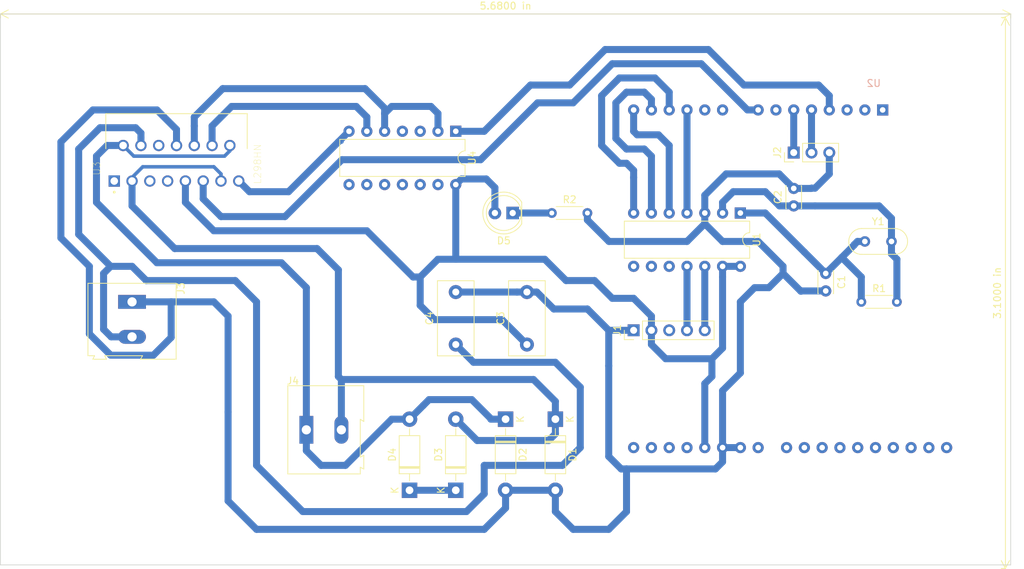
<source format=kicad_pcb>
(kicad_pcb (version 20171130) (host pcbnew "(5.1.2)-2")

  (general
    (thickness 1.6)
    (drawings 7)
    (tracks 263)
    (zones 0)
    (modules 20)
    (nets 42)
  )

  (page A4)
  (layers
    (0 F.Cu signal)
    (31 B.Cu signal)
    (32 B.Adhes user)
    (33 F.Adhes user)
    (34 B.Paste user)
    (35 F.Paste user)
    (36 B.SilkS user)
    (37 F.SilkS user)
    (38 B.Mask user)
    (39 F.Mask user)
    (40 Dwgs.User user)
    (41 Cmts.User user)
    (42 Eco1.User user)
    (43 Eco2.User user)
    (44 Edge.Cuts user)
    (45 Margin user)
    (46 B.CrtYd user)
    (47 F.CrtYd user)
    (48 B.Fab user)
    (49 F.Fab user)
  )

  (setup
    (last_trace_width 1)
    (user_trace_width 0.5)
    (user_trace_width 1)
    (trace_clearance 0.2)
    (zone_clearance 0.508)
    (zone_45_only no)
    (trace_min 0.5)
    (via_size 0.8)
    (via_drill 0.4)
    (via_min_size 0.4)
    (via_min_drill 0.3)
    (uvia_size 0.3)
    (uvia_drill 0.1)
    (uvias_allowed no)
    (uvia_min_size 0.2)
    (uvia_min_drill 0.1)
    (edge_width 0.05)
    (segment_width 1)
    (pcb_text_width 0.3)
    (pcb_text_size 1.5 1.5)
    (mod_edge_width 0.12)
    (mod_text_size 1 1)
    (mod_text_width 0.15)
    (pad_size 1.524 1.524)
    (pad_drill 0.762)
    (pad_to_mask_clearance 0.051)
    (solder_mask_min_width 0.25)
    (aux_axis_origin 0 0)
    (visible_elements 7FFFFFFF)
    (pcbplotparams
      (layerselection 0x01000_fffffffe)
      (usegerberextensions true)
      (usegerberattributes false)
      (usegerberadvancedattributes false)
      (creategerberjobfile false)
      (excludeedgelayer true)
      (linewidth 0.100000)
      (plotframeref true)
      (viasonmask false)
      (mode 1)
      (useauxorigin false)
      (hpglpennumber 1)
      (hpglpenspeed 20)
      (hpglpendiameter 15.000000)
      (psnegative false)
      (psa4output false)
      (plotreference true)
      (plotvalue true)
      (plotinvisibletext false)
      (padsonsilk false)
      (subtractmaskfromsilk false)
      (outputformat 4)
      (mirror true)
      (drillshape 1)
      (scaleselection 1)
      (outputdirectory "Gerber/"))
  )

  (net 0 "")
  (net 1 Earth)
  (net 2 "Net-(C1-Pad1)")
  (net 3 "Net-(C2-Pad1)")
  (net 4 +5V)
  (net 5 "Net-(C4-Pad1)")
  (net 6 "Net-(D1-Pad1)")
  (net 7 "Net-(D2-Pad1)")
  (net 8 /A_J1)
  (net 9 /B_J1)
  (net 10 /MOSI)
  (net 11 /MISO)
  (net 12 /SCK)
  (net 13 /SS)
  (net 14 "Net-(U1-Pad10)")
  (net 15 "Net-(U1-Pad9)")
  (net 16 "Net-(U1-Pad8)")
  (net 17 "Net-(U2-Pad1)")
  (net 18 "Net-(U2-Pad17)")
  (net 19 "Net-(U2-Pad18)")
  (net 20 "Net-(U2-Pad3)")
  (net 21 /PWM)
  (net 22 /ELB_1)
  (net 23 /ELB_2)
  (net 24 "Net-(U2-Pad22)")
  (net 25 "Net-(U2-Pad7)")
  (net 26 "Net-(U2-Pad23)")
  (net 27 /ENABLE)
  (net 28 "Net-(U2-Pad24)")
  (net 29 "Net-(U2-Pad9)")
  (net 30 "Net-(U2-Pad25)")
  (net 31 "Net-(U2-Pad10)")
  (net 32 "Net-(U2-Pad26)")
  (net 33 "Net-(U2-Pad27)")
  (net 34 "Net-(U2-Pad28)")
  (net 35 "Net-(U2-Pad15)")
  (net 36 "Net-(U2-Pad16)")
  (net 37 "/!(!PWM)")
  (net 38 /!PWM)
  (net 39 "Net-(J1-Pad3)")
  (net 40 "Net-(D3-Pad1)")
  (net 41 "Net-(D5-Pad1)")

  (net_class Default "This is the default net class."
    (clearance 0.2)
    (trace_width 0.25)
    (via_dia 0.8)
    (via_drill 0.4)
    (uvia_dia 0.3)
    (uvia_drill 0.1)
    (add_net +5V)
    (add_net "/!(!PWM)")
    (add_net /!PWM)
    (add_net /A_J1)
    (add_net /B_J1)
    (add_net /ELB_1)
    (add_net /ELB_2)
    (add_net /ENABLE)
    (add_net /MISO)
    (add_net /MOSI)
    (add_net /PWM)
    (add_net /SCK)
    (add_net /SS)
    (add_net Earth)
    (add_net "Net-(C1-Pad1)")
    (add_net "Net-(C2-Pad1)")
    (add_net "Net-(C4-Pad1)")
    (add_net "Net-(D1-Pad1)")
    (add_net "Net-(D2-Pad1)")
    (add_net "Net-(D3-Pad1)")
    (add_net "Net-(D5-Pad1)")
    (add_net "Net-(J1-Pad3)")
    (add_net "Net-(U1-Pad10)")
    (add_net "Net-(U1-Pad8)")
    (add_net "Net-(U1-Pad9)")
    (add_net "Net-(U2-Pad1)")
    (add_net "Net-(U2-Pad10)")
    (add_net "Net-(U2-Pad15)")
    (add_net "Net-(U2-Pad16)")
    (add_net "Net-(U2-Pad17)")
    (add_net "Net-(U2-Pad18)")
    (add_net "Net-(U2-Pad22)")
    (add_net "Net-(U2-Pad23)")
    (add_net "Net-(U2-Pad24)")
    (add_net "Net-(U2-Pad25)")
    (add_net "Net-(U2-Pad26)")
    (add_net "Net-(U2-Pad27)")
    (add_net "Net-(U2-Pad28)")
    (add_net "Net-(U2-Pad3)")
    (add_net "Net-(U2-Pad7)")
    (add_net "Net-(U2-Pad9)")
  )

  (module L298N:TO127P2020X500X2100-15 (layer F.Cu) (tedit 0) (tstamp 5DDC58B1)
    (at 72.136 89.408 90)
    (path /5DD1FF24)
    (fp_text reference U3 (at 1.79 -2.495 90) (layer F.SilkS)
      (effects (font (size 1 1) (thickness 0.05)))
    )
    (fp_text value L298HN (at 2.425 20.475 90) (layer F.SilkS)
      (effects (font (size 1 1) (thickness 0.05)))
    )
    (fp_line (start 9.63 -1.21) (end 4.63 -1.21) (layer F.SilkS) (width 0.127))
    (fp_line (start 4.63 -1.21) (end 4.63 18.99) (layer Eco2.User) (width 0.127))
    (fp_line (start 4.63 18.99) (end 9.63 18.99) (layer F.SilkS) (width 0.127))
    (fp_line (start 9.63 18.99) (end 9.63 -1.21) (layer F.SilkS) (width 0.127))
    (fp_line (start 9.63 -1.21) (end 4.63 -1.21) (layer Eco2.User) (width 0.127))
    (fp_line (start 4.63 18.99) (end 9.63 18.99) (layer Eco2.User) (width 0.127))
    (fp_line (start 9.63 18.99) (end 9.63 -1.21) (layer Eco2.User) (width 0.127))
    (fp_circle (center -1.59 0) (end -1.49 0) (layer F.SilkS) (width 0.2))
    (fp_circle (center -1.59 0) (end -1.49 0) (layer Eco2.User) (width 0.2))
    (fp_line (start 9.88 -1.46) (end -1.06 -1.46) (layer Eco1.User) (width 0.05))
    (fp_line (start -1.06 -1.46) (end -1.06 19.24) (layer Eco1.User) (width 0.05))
    (fp_line (start -1.06 19.24) (end 9.88 19.24) (layer Eco1.User) (width 0.05))
    (fp_line (start 9.88 19.24) (end 9.88 -1.46) (layer Eco1.User) (width 0.05))
    (pad 1 thru_hole rect (at 0 0) (size 1.62 1.62) (drill 1.08) (layers *.Cu *.Mask)
      (net 1 Earth))
    (pad 2 thru_hole circle (at 5.08 1.27) (size 1.62 1.62) (drill 1.08) (layers *.Cu *.Mask)
      (net 7 "Net-(D2-Pad1)"))
    (pad 3 thru_hole circle (at 0 2.54) (size 1.62 1.62) (drill 1.08) (layers *.Cu *.Mask)
      (net 6 "Net-(D1-Pad1)"))
    (pad 4 thru_hole circle (at 5.08 3.81) (size 1.62 1.62) (drill 1.08) (layers *.Cu *.Mask)
      (net 5 "Net-(C4-Pad1)"))
    (pad 5 thru_hole circle (at 0 5.08) (size 1.62 1.62) (drill 1.08) (layers *.Cu *.Mask)
      (net 37 "/!(!PWM)"))
    (pad 6 thru_hole circle (at 5.08 6.35) (size 1.62 1.62) (drill 1.08) (layers *.Cu *.Mask)
      (net 27 /ENABLE))
    (pad 7 thru_hole circle (at 0 7.62) (size 1.62 1.62) (drill 1.08) (layers *.Cu *.Mask)
      (net 38 /!PWM))
    (pad 8 thru_hole circle (at 5.08 8.89) (size 1.62 1.62) (drill 1.08) (layers *.Cu *.Mask)
      (net 1 Earth))
    (pad 9 thru_hole circle (at 0 10.16) (size 1.62 1.62) (drill 1.08) (layers *.Cu *.Mask)
      (net 4 +5V))
    (pad 10 thru_hole circle (at 5.08 11.43) (size 1.62 1.62) (drill 1.08) (layers *.Cu *.Mask)
      (net 38 /!PWM))
    (pad 11 thru_hole circle (at 0 12.7) (size 1.62 1.62) (drill 1.08) (layers *.Cu *.Mask)
      (net 27 /ENABLE))
    (pad 12 thru_hole circle (at 5.08 13.97) (size 1.62 1.62) (drill 1.08) (layers *.Cu *.Mask)
      (net 37 "/!(!PWM)"))
    (pad 13 thru_hole circle (at 0 15.24) (size 1.62 1.62) (drill 1.08) (layers *.Cu *.Mask)
      (net 6 "Net-(D1-Pad1)"))
    (pad 14 thru_hole circle (at 5.08 16.51) (size 1.62 1.62) (drill 1.08) (layers *.Cu *.Mask)
      (net 7 "Net-(D2-Pad1)"))
    (pad 15 thru_hole circle (at 0 17.78) (size 1.62 1.62) (drill 1.08) (layers *.Cu *.Mask)
      (net 1 Earth))
    (model "C:/Users/Zillmer/Google Drive/ECP/6. Microcontroladores/Quanser_Shield/shield/L298N--3DModel-STEP-56544.STEP"
      (offset (xyz 8 1 4.5))
      (scale (xyz 1 1 1))
      (rotate (xyz -90 0 90))
    )
  )

  (module Diode_THT:D_DO-41_SOD81_P10.16mm_Horizontal (layer F.Cu) (tedit 5AE50CD5) (tstamp 5DD9EC7F)
    (at 128.016 123.444 270)
    (descr "Diode, DO-41_SOD81 series, Axial, Horizontal, pin pitch=10.16mm, , length*diameter=5.2*2.7mm^2, , http://www.diodes.com/_files/packages/DO-41%20(Plastic).pdf")
    (tags "Diode DO-41_SOD81 series Axial Horizontal pin pitch 10.16mm  length 5.2mm diameter 2.7mm")
    (path /5DDDCB10)
    (fp_text reference D2 (at 5.08 -2.47 90) (layer F.SilkS)
      (effects (font (size 1 1) (thickness 0.15)))
    )
    (fp_text value 1N4007 (at 5.08 2.47 90) (layer F.Fab)
      (effects (font (size 1 1) (thickness 0.15)))
    )
    (fp_text user K (at 0 -2.1 90) (layer F.SilkS)
      (effects (font (size 1 1) (thickness 0.15)))
    )
    (fp_text user K (at 0 -2.1 90) (layer F.Fab)
      (effects (font (size 1 1) (thickness 0.15)))
    )
    (fp_text user %R (at 5.47 0 90) (layer F.Fab)
      (effects (font (size 1 1) (thickness 0.15)))
    )
    (fp_line (start 11.51 -1.6) (end -1.35 -1.6) (layer F.CrtYd) (width 0.05))
    (fp_line (start 11.51 1.6) (end 11.51 -1.6) (layer F.CrtYd) (width 0.05))
    (fp_line (start -1.35 1.6) (end 11.51 1.6) (layer F.CrtYd) (width 0.05))
    (fp_line (start -1.35 -1.6) (end -1.35 1.6) (layer F.CrtYd) (width 0.05))
    (fp_line (start 3.14 -1.47) (end 3.14 1.47) (layer F.SilkS) (width 0.12))
    (fp_line (start 3.38 -1.47) (end 3.38 1.47) (layer F.SilkS) (width 0.12))
    (fp_line (start 3.26 -1.47) (end 3.26 1.47) (layer F.SilkS) (width 0.12))
    (fp_line (start 8.82 0) (end 7.8 0) (layer F.SilkS) (width 0.12))
    (fp_line (start 1.34 0) (end 2.36 0) (layer F.SilkS) (width 0.12))
    (fp_line (start 7.8 -1.47) (end 2.36 -1.47) (layer F.SilkS) (width 0.12))
    (fp_line (start 7.8 1.47) (end 7.8 -1.47) (layer F.SilkS) (width 0.12))
    (fp_line (start 2.36 1.47) (end 7.8 1.47) (layer F.SilkS) (width 0.12))
    (fp_line (start 2.36 -1.47) (end 2.36 1.47) (layer F.SilkS) (width 0.12))
    (fp_line (start 3.16 -1.35) (end 3.16 1.35) (layer F.Fab) (width 0.1))
    (fp_line (start 3.36 -1.35) (end 3.36 1.35) (layer F.Fab) (width 0.1))
    (fp_line (start 3.26 -1.35) (end 3.26 1.35) (layer F.Fab) (width 0.1))
    (fp_line (start 10.16 0) (end 7.68 0) (layer F.Fab) (width 0.1))
    (fp_line (start 0 0) (end 2.48 0) (layer F.Fab) (width 0.1))
    (fp_line (start 7.68 -1.35) (end 2.48 -1.35) (layer F.Fab) (width 0.1))
    (fp_line (start 7.68 1.35) (end 7.68 -1.35) (layer F.Fab) (width 0.1))
    (fp_line (start 2.48 1.35) (end 7.68 1.35) (layer F.Fab) (width 0.1))
    (fp_line (start 2.48 -1.35) (end 2.48 1.35) (layer F.Fab) (width 0.1))
    (pad 2 thru_hole oval (at 10.16 0 270) (size 2.2 2.2) (drill 1.1) (layers *.Cu *.Mask)
      (net 1 Earth))
    (pad 1 thru_hole rect (at 0 0 270) (size 2.2 2.2) (drill 1.1) (layers *.Cu *.Mask)
      (net 7 "Net-(D2-Pad1)"))
    (model ${KISYS3DMOD}/Diode_THT.3dshapes/D_DO-41_SOD81_P10.16mm_Horizontal.wrl
      (at (xyz 0 0 0))
      (scale (xyz 1 1 1))
      (rotate (xyz 0 0 0))
    )
  )

  (module Quanser_2DSFJE_Library:Intel_Galileo_Gen2_Pins (layer B.Cu) (tedit 5DD9A461) (tstamp 5DDA943F)
    (at 181.864 79.248 180)
    (descr "Arduino UNO R3, http://www.mouser.com/pdfdocs/Gravitech_Arduino_Nano3_0.pdf")
    (tags "Arduino UNO R3")
    (path /5DB071F2)
    (fp_text reference U2 (at 1.27 3.81 180) (layer B.SilkS)
      (effects (font (size 1 1) (thickness 0.15)) (justify mirror))
    )
    (fp_text value Intel_Galileo_Gen2 (at 0 -22.86 180) (layer F.Fab)
      (effects (font (size 1 1) (thickness 0.15)))
    )
    (fp_text user %R (at 0 -20.32 180) (layer B.Fab)
      (effects (font (size 1 1) (thickness 0.15)) (justify mirror))
    )
    (pad 16 thru_hole oval (at 33.02 -48.26 90) (size 1.6 1.6) (drill 0.8) (layers *.Cu *.Mask)
      (net 36 "Net-(U2-Pad16)"))
    (pad 15 thru_hole oval (at 35.56 -48.26 90) (size 1.6 1.6) (drill 0.8) (layers *.Cu *.Mask)
      (net 35 "Net-(U2-Pad15)"))
    (pad 30 thru_hole oval (at -4.06 -48.26 90) (size 1.6 1.6) (drill 0.8) (layers *.Cu *.Mask))
    (pad 14 thru_hole oval (at 35.56 0 90) (size 1.6 1.6) (drill 0.8) (layers *.Cu *.Mask)
      (net 12 /SCK))
    (pad 29 thru_hole oval (at -1.52 -48.26 90) (size 1.6 1.6) (drill 0.8) (layers *.Cu *.Mask))
    (pad 13 thru_hole oval (at 33.02 0 90) (size 1.6 1.6) (drill 0.8) (layers *.Cu *.Mask)
      (net 11 /MISO))
    (pad 28 thru_hole oval (at 1.02 -48.26 90) (size 1.6 1.6) (drill 0.8) (layers *.Cu *.Mask)
      (net 34 "Net-(U2-Pad28)"))
    (pad 12 thru_hole oval (at 30.48 0 90) (size 1.6 1.6) (drill 0.8) (layers *.Cu *.Mask)
      (net 10 /MOSI))
    (pad 27 thru_hole oval (at 3.56 -48.26 90) (size 1.6 1.6) (drill 0.8) (layers *.Cu *.Mask)
      (net 33 "Net-(U2-Pad27)"))
    (pad 11 thru_hole oval (at 27.94 0 90) (size 1.6 1.6) (drill 0.8) (layers *.Cu *.Mask)
      (net 13 /SS))
    (pad 26 thru_hole oval (at 6.1 -48.26 90) (size 1.6 1.6) (drill 0.8) (layers *.Cu *.Mask)
      (net 32 "Net-(U2-Pad26)"))
    (pad 10 thru_hole oval (at 25.4 0 90) (size 1.6 1.6) (drill 0.8) (layers *.Cu *.Mask)
      (net 31 "Net-(U2-Pad10)"))
    (pad 25 thru_hole oval (at 8.64 -48.26 90) (size 1.6 1.6) (drill 0.8) (layers *.Cu *.Mask)
      (net 30 "Net-(U2-Pad25)"))
    (pad 9 thru_hole oval (at 22.86 0 90) (size 1.6 1.6) (drill 0.8) (layers *.Cu *.Mask)
      (net 29 "Net-(U2-Pad9)"))
    (pad 24 thru_hole oval (at 11.18 -48.26 90) (size 1.6 1.6) (drill 0.8) (layers *.Cu *.Mask)
      (net 28 "Net-(U2-Pad24)"))
    (pad 8 thru_hole oval (at 17.78 0 90) (size 1.6 1.6) (drill 0.8) (layers *.Cu *.Mask)
      (net 27 /ENABLE))
    (pad 23 thru_hole oval (at 13.72 -48.26 90) (size 1.6 1.6) (drill 0.8) (layers *.Cu *.Mask)
      (net 26 "Net-(U2-Pad23)"))
    (pad 7 thru_hole oval (at 15.24 0 90) (size 1.6 1.6) (drill 0.8) (layers *.Cu *.Mask)
      (net 25 "Net-(U2-Pad7)"))
    (pad 22 thru_hole oval (at 17.78 -48.26 90) (size 1.6 1.6) (drill 0.8) (layers *.Cu *.Mask)
      (net 24 "Net-(U2-Pad22)"))
    (pad 6 thru_hole oval (at 12.7 0 90) (size 1.6 1.6) (drill 0.8) (layers *.Cu *.Mask)
      (net 23 /ELB_2))
    (pad 21 thru_hole oval (at 20.32 -48.26 90) (size 1.6 1.6) (drill 0.8) (layers *.Cu *.Mask)
      (net 1 Earth))
    (pad 5 thru_hole oval (at 10.16 0 90) (size 1.6 1.6) (drill 0.8) (layers *.Cu *.Mask)
      (net 22 /ELB_1))
    (pad 20 thru_hole oval (at 22.86 -48.26 90) (size 1.6 1.6) (drill 0.8) (layers *.Cu *.Mask)
      (net 1 Earth))
    (pad 4 thru_hole oval (at 7.62 0 90) (size 1.6 1.6) (drill 0.8) (layers *.Cu *.Mask)
      (net 21 /PWM))
    (pad 19 thru_hole oval (at 25.4 -48.26 90) (size 1.6 1.6) (drill 0.8) (layers *.Cu *.Mask)
      (net 4 +5V))
    (pad 3 thru_hole oval (at 5.08 0 90) (size 1.6 1.6) (drill 0.8) (layers *.Cu *.Mask)
      (net 20 "Net-(U2-Pad3)"))
    (pad 18 thru_hole oval (at 27.94 -48.26 90) (size 1.6 1.6) (drill 0.8) (layers *.Cu *.Mask)
      (net 19 "Net-(U2-Pad18)"))
    (pad 2 thru_hole oval (at 2.54 0 90) (size 1.6 1.6) (drill 0.8) (layers *.Cu *.Mask))
    (pad 17 thru_hole oval (at 30.48 -48.26 90) (size 1.6 1.6) (drill 0.8) (layers *.Cu *.Mask)
      (net 18 "Net-(U2-Pad17)"))
    (pad 1 thru_hole rect (at 0 0 90) (size 1.6 1.6) (drill 0.8) (layers *.Cu *.Mask)
      (net 17 "Net-(U2-Pad1)"))
    (pad 31 thru_hole oval (at -6.6 -48.26 90) (size 1.6 1.6) (drill 0.8) (layers *.Cu *.Mask))
    (pad 32 thru_hole oval (at -9.14 -48.26 90) (size 1.6 1.6) (drill 0.8) (layers *.Cu *.Mask))
    (model ${KISYS3DMOD}/Module.3dshapes/Arduino_UNO_R3.wrl
      (at (xyz 0 0 0))
      (scale (xyz 1 1 1))
      (rotate (xyz 0 0 0))
    )
  )

  (module Diode_THT:D_DO-41_SOD81_P10.16mm_Horizontal (layer F.Cu) (tedit 5AE50CD5) (tstamp 5DDA28F9)
    (at 120.904 133.604 90)
    (descr "Diode, DO-41_SOD81 series, Axial, Horizontal, pin pitch=10.16mm, , length*diameter=5.2*2.7mm^2, , http://www.diodes.com/_files/packages/DO-41%20(Plastic).pdf")
    (tags "Diode DO-41_SOD81 series Axial Horizontal pin pitch 10.16mm  length 5.2mm diameter 2.7mm")
    (path /5DDDF3C3)
    (fp_text reference D3 (at 5.08 -2.47 90) (layer F.SilkS)
      (effects (font (size 1 1) (thickness 0.15)))
    )
    (fp_text value 1N4007 (at 5.08 2.47 90) (layer F.Fab)
      (effects (font (size 1 1) (thickness 0.15)))
    )
    (fp_line (start 2.48 -1.35) (end 2.48 1.35) (layer F.Fab) (width 0.1))
    (fp_line (start 2.48 1.35) (end 7.68 1.35) (layer F.Fab) (width 0.1))
    (fp_line (start 7.68 1.35) (end 7.68 -1.35) (layer F.Fab) (width 0.1))
    (fp_line (start 7.68 -1.35) (end 2.48 -1.35) (layer F.Fab) (width 0.1))
    (fp_line (start 0 0) (end 2.48 0) (layer F.Fab) (width 0.1))
    (fp_line (start 10.16 0) (end 7.68 0) (layer F.Fab) (width 0.1))
    (fp_line (start 3.26 -1.35) (end 3.26 1.35) (layer F.Fab) (width 0.1))
    (fp_line (start 3.36 -1.35) (end 3.36 1.35) (layer F.Fab) (width 0.1))
    (fp_line (start 3.16 -1.35) (end 3.16 1.35) (layer F.Fab) (width 0.1))
    (fp_line (start 2.36 -1.47) (end 2.36 1.47) (layer F.SilkS) (width 0.12))
    (fp_line (start 2.36 1.47) (end 7.8 1.47) (layer F.SilkS) (width 0.12))
    (fp_line (start 7.8 1.47) (end 7.8 -1.47) (layer F.SilkS) (width 0.12))
    (fp_line (start 7.8 -1.47) (end 2.36 -1.47) (layer F.SilkS) (width 0.12))
    (fp_line (start 1.34 0) (end 2.36 0) (layer F.SilkS) (width 0.12))
    (fp_line (start 8.82 0) (end 7.8 0) (layer F.SilkS) (width 0.12))
    (fp_line (start 3.26 -1.47) (end 3.26 1.47) (layer F.SilkS) (width 0.12))
    (fp_line (start 3.38 -1.47) (end 3.38 1.47) (layer F.SilkS) (width 0.12))
    (fp_line (start 3.14 -1.47) (end 3.14 1.47) (layer F.SilkS) (width 0.12))
    (fp_line (start -1.35 -1.6) (end -1.35 1.6) (layer F.CrtYd) (width 0.05))
    (fp_line (start -1.35 1.6) (end 11.51 1.6) (layer F.CrtYd) (width 0.05))
    (fp_line (start 11.51 1.6) (end 11.51 -1.6) (layer F.CrtYd) (width 0.05))
    (fp_line (start 11.51 -1.6) (end -1.35 -1.6) (layer F.CrtYd) (width 0.05))
    (fp_text user %R (at 5.47 0 90) (layer F.Fab)
      (effects (font (size 1 1) (thickness 0.15)))
    )
    (fp_text user K (at 0 -2.1 90) (layer F.Fab)
      (effects (font (size 1 1) (thickness 0.15)))
    )
    (fp_text user K (at 0 -2.1 90) (layer F.SilkS)
      (effects (font (size 1 1) (thickness 0.15)))
    )
    (pad 1 thru_hole rect (at 0 0 90) (size 2.2 2.2) (drill 1.1) (layers *.Cu *.Mask)
      (net 40 "Net-(D3-Pad1)"))
    (pad 2 thru_hole oval (at 10.16 0 90) (size 2.2 2.2) (drill 1.1) (layers *.Cu *.Mask)
      (net 6 "Net-(D1-Pad1)"))
    (model ${KISYS3DMOD}/Diode_THT.3dshapes/D_DO-41_SOD81_P10.16mm_Horizontal.wrl
      (at (xyz 0 0 0))
      (scale (xyz 1 1 1))
      (rotate (xyz 0 0 0))
    )
  )

  (module Capacitor_THT:C_Disc_D3.0mm_W2.0mm_P2.50mm (layer F.Cu) (tedit 5AE50EF0) (tstamp 5DDA9357)
    (at 173.736 102.616 270)
    (descr "C, Disc series, Radial, pin pitch=2.50mm, , diameter*width=3*2mm^2, Capacitor")
    (tags "C Disc series Radial pin pitch 2.50mm  diameter 3mm width 2mm Capacitor")
    (path /5DB1333E)
    (fp_text reference C1 (at 1.25 -2.25 90) (layer F.SilkS)
      (effects (font (size 1 1) (thickness 0.15)))
    )
    (fp_text value 22pF (at 1.25 2.25 90) (layer F.Fab)
      (effects (font (size 1 1) (thickness 0.15)))
    )
    (fp_text user %R (at 1.25 0 270) (layer F.Fab)
      (effects (font (size 0.6 0.6) (thickness 0.09)))
    )
    (fp_line (start 3.55 -1.25) (end -1.05 -1.25) (layer F.CrtYd) (width 0.05))
    (fp_line (start 3.55 1.25) (end 3.55 -1.25) (layer F.CrtYd) (width 0.05))
    (fp_line (start -1.05 1.25) (end 3.55 1.25) (layer F.CrtYd) (width 0.05))
    (fp_line (start -1.05 -1.25) (end -1.05 1.25) (layer F.CrtYd) (width 0.05))
    (fp_line (start 2.87 1.055) (end 2.87 1.12) (layer F.SilkS) (width 0.12))
    (fp_line (start 2.87 -1.12) (end 2.87 -1.055) (layer F.SilkS) (width 0.12))
    (fp_line (start -0.37 1.055) (end -0.37 1.12) (layer F.SilkS) (width 0.12))
    (fp_line (start -0.37 -1.12) (end -0.37 -1.055) (layer F.SilkS) (width 0.12))
    (fp_line (start -0.37 1.12) (end 2.87 1.12) (layer F.SilkS) (width 0.12))
    (fp_line (start -0.37 -1.12) (end 2.87 -1.12) (layer F.SilkS) (width 0.12))
    (fp_line (start 2.75 -1) (end -0.25 -1) (layer F.Fab) (width 0.1))
    (fp_line (start 2.75 1) (end 2.75 -1) (layer F.Fab) (width 0.1))
    (fp_line (start -0.25 1) (end 2.75 1) (layer F.Fab) (width 0.1))
    (fp_line (start -0.25 -1) (end -0.25 1) (layer F.Fab) (width 0.1))
    (pad 2 thru_hole circle (at 2.5 0 270) (size 1.6 1.6) (drill 0.8) (layers *.Cu *.Mask)
      (net 1 Earth))
    (pad 1 thru_hole circle (at 0 0 270) (size 1.6 1.6) (drill 0.8) (layers *.Cu *.Mask)
      (net 2 "Net-(C1-Pad1)"))
    (model ${KISYS3DMOD}/Capacitor_THT.3dshapes/C_Disc_D3.0mm_W2.0mm_P2.50mm.wrl
      (at (xyz 0 0 0))
      (scale (xyz 1 1 1))
      (rotate (xyz 0 0 0))
    )
  )

  (module Capacitor_THT:C_Disc_D3.0mm_W2.0mm_P2.50mm (layer F.Cu) (tedit 5AE50EF0) (tstamp 5DDA2405)
    (at 169.164 92.964 90)
    (descr "C, Disc series, Radial, pin pitch=2.50mm, , diameter*width=3*2mm^2, Capacitor")
    (tags "C Disc series Radial pin pitch 2.50mm  diameter 3mm width 2mm Capacitor")
    (path /5DB13868)
    (fp_text reference C2 (at 1.25 -2.25 90) (layer F.SilkS)
      (effects (font (size 1 1) (thickness 0.15)))
    )
    (fp_text value 22pF (at 1.25 2.25 90) (layer F.Fab)
      (effects (font (size 1 1) (thickness 0.15)))
    )
    (fp_line (start -0.25 -1) (end -0.25 1) (layer F.Fab) (width 0.1))
    (fp_line (start -0.25 1) (end 2.75 1) (layer F.Fab) (width 0.1))
    (fp_line (start 2.75 1) (end 2.75 -1) (layer F.Fab) (width 0.1))
    (fp_line (start 2.75 -1) (end -0.25 -1) (layer F.Fab) (width 0.1))
    (fp_line (start -0.37 -1.12) (end 2.87 -1.12) (layer F.SilkS) (width 0.12))
    (fp_line (start -0.37 1.12) (end 2.87 1.12) (layer F.SilkS) (width 0.12))
    (fp_line (start -0.37 -1.12) (end -0.37 -1.055) (layer F.SilkS) (width 0.12))
    (fp_line (start -0.37 1.055) (end -0.37 1.12) (layer F.SilkS) (width 0.12))
    (fp_line (start 2.87 -1.12) (end 2.87 -1.055) (layer F.SilkS) (width 0.12))
    (fp_line (start 2.87 1.055) (end 2.87 1.12) (layer F.SilkS) (width 0.12))
    (fp_line (start -1.05 -1.25) (end -1.05 1.25) (layer F.CrtYd) (width 0.05))
    (fp_line (start -1.05 1.25) (end 3.55 1.25) (layer F.CrtYd) (width 0.05))
    (fp_line (start 3.55 1.25) (end 3.55 -1.25) (layer F.CrtYd) (width 0.05))
    (fp_line (start 3.55 -1.25) (end -1.05 -1.25) (layer F.CrtYd) (width 0.05))
    (fp_text user %R (at 1.25 0) (layer F.Fab)
      (effects (font (size 0.6 0.6) (thickness 0.09)))
    )
    (pad 1 thru_hole circle (at 0 0 90) (size 1.6 1.6) (drill 0.8) (layers *.Cu *.Mask)
      (net 3 "Net-(C2-Pad1)"))
    (pad 2 thru_hole circle (at 2.5 0 90) (size 1.6 1.6) (drill 0.8) (layers *.Cu *.Mask)
      (net 1 Earth))
    (model ${KISYS3DMOD}/Capacitor_THT.3dshapes/C_Disc_D3.0mm_W2.0mm_P2.50mm.wrl
      (at (xyz 0 0 0))
      (scale (xyz 1 1 1))
      (rotate (xyz 0 0 0))
    )
  )

  (module Diode_THT:D_DO-41_SOD81_P10.16mm_Horizontal (layer F.Cu) (tedit 5AE50CD5) (tstamp 5DD9FF5F)
    (at 135.128 123.444 270)
    (descr "Diode, DO-41_SOD81 series, Axial, Horizontal, pin pitch=10.16mm, , length*diameter=5.2*2.7mm^2, , http://www.diodes.com/_files/packages/DO-41%20(Plastic).pdf")
    (tags "Diode DO-41_SOD81 series Axial Horizontal pin pitch 10.16mm  length 5.2mm diameter 2.7mm")
    (path /5DDDC18A)
    (fp_text reference D1 (at 5.08 -2.47 90) (layer F.SilkS)
      (effects (font (size 1 1) (thickness 0.15)))
    )
    (fp_text value 1N4007 (at 5.08 2.47 90) (layer F.Fab)
      (effects (font (size 1 1) (thickness 0.15)))
    )
    (fp_line (start 2.48 -1.35) (end 2.48 1.35) (layer F.Fab) (width 0.1))
    (fp_line (start 2.48 1.35) (end 7.68 1.35) (layer F.Fab) (width 0.1))
    (fp_line (start 7.68 1.35) (end 7.68 -1.35) (layer F.Fab) (width 0.1))
    (fp_line (start 7.68 -1.35) (end 2.48 -1.35) (layer F.Fab) (width 0.1))
    (fp_line (start 0 0) (end 2.48 0) (layer F.Fab) (width 0.1))
    (fp_line (start 10.16 0) (end 7.68 0) (layer F.Fab) (width 0.1))
    (fp_line (start 3.26 -1.35) (end 3.26 1.35) (layer F.Fab) (width 0.1))
    (fp_line (start 3.36 -1.35) (end 3.36 1.35) (layer F.Fab) (width 0.1))
    (fp_line (start 3.16 -1.35) (end 3.16 1.35) (layer F.Fab) (width 0.1))
    (fp_line (start 2.36 -1.47) (end 2.36 1.47) (layer F.SilkS) (width 0.12))
    (fp_line (start 2.36 1.47) (end 7.8 1.47) (layer F.SilkS) (width 0.12))
    (fp_line (start 7.8 1.47) (end 7.8 -1.47) (layer F.SilkS) (width 0.12))
    (fp_line (start 7.8 -1.47) (end 2.36 -1.47) (layer F.SilkS) (width 0.12))
    (fp_line (start 1.34 0) (end 2.36 0) (layer F.SilkS) (width 0.12))
    (fp_line (start 8.82 0) (end 7.8 0) (layer F.SilkS) (width 0.12))
    (fp_line (start 3.26 -1.47) (end 3.26 1.47) (layer F.SilkS) (width 0.12))
    (fp_line (start 3.38 -1.47) (end 3.38 1.47) (layer F.SilkS) (width 0.12))
    (fp_line (start 3.14 -1.47) (end 3.14 1.47) (layer F.SilkS) (width 0.12))
    (fp_line (start -1.35 -1.6) (end -1.35 1.6) (layer F.CrtYd) (width 0.05))
    (fp_line (start -1.35 1.6) (end 11.51 1.6) (layer F.CrtYd) (width 0.05))
    (fp_line (start 11.51 1.6) (end 11.51 -1.6) (layer F.CrtYd) (width 0.05))
    (fp_line (start 11.51 -1.6) (end -1.35 -1.6) (layer F.CrtYd) (width 0.05))
    (fp_text user %R (at 5.47 0 90) (layer F.Fab)
      (effects (font (size 1 1) (thickness 0.15)))
    )
    (fp_text user K (at 0 -2.1 90) (layer F.Fab)
      (effects (font (size 1 1) (thickness 0.15)))
    )
    (fp_text user K (at 0 -2.1 90) (layer F.SilkS)
      (effects (font (size 1 1) (thickness 0.15)))
    )
    (pad 1 thru_hole rect (at 0 0 270) (size 2.2 2.2) (drill 1.1) (layers *.Cu *.Mask)
      (net 6 "Net-(D1-Pad1)"))
    (pad 2 thru_hole oval (at 10.16 0 270) (size 2.2 2.2) (drill 1.1) (layers *.Cu *.Mask)
      (net 1 Earth))
    (model ${KISYS3DMOD}/Diode_THT.3dshapes/D_DO-41_SOD81_P10.16mm_Horizontal.wrl
      (at (xyz 0 0 0))
      (scale (xyz 1 1 1))
      (rotate (xyz 0 0 0))
    )
  )

  (module Diode_THT:D_DO-41_SOD81_P10.16mm_Horizontal (layer F.Cu) (tedit 5AE50CD5) (tstamp 5DDA2A19)
    (at 114.3 133.604 90)
    (descr "Diode, DO-41_SOD81 series, Axial, Horizontal, pin pitch=10.16mm, , length*diameter=5.2*2.7mm^2, , http://www.diodes.com/_files/packages/DO-41%20(Plastic).pdf")
    (tags "Diode DO-41_SOD81 series Axial Horizontal pin pitch 10.16mm  length 5.2mm diameter 2.7mm")
    (path /5DDE1CC4)
    (fp_text reference D4 (at 5.08 -2.47 90) (layer F.SilkS)
      (effects (font (size 1 1) (thickness 0.15)))
    )
    (fp_text value 1N4007 (at 5.08 2.47 90) (layer F.Fab)
      (effects (font (size 1 1) (thickness 0.15)))
    )
    (fp_text user K (at 0 -2.1 90) (layer F.SilkS)
      (effects (font (size 1 1) (thickness 0.15)))
    )
    (fp_text user K (at 0 -2.1 90) (layer F.Fab)
      (effects (font (size 1 1) (thickness 0.15)))
    )
    (fp_text user %R (at 5.47 0 90) (layer F.Fab)
      (effects (font (size 1 1) (thickness 0.15)))
    )
    (fp_line (start 11.51 -1.6) (end -1.35 -1.6) (layer F.CrtYd) (width 0.05))
    (fp_line (start 11.51 1.6) (end 11.51 -1.6) (layer F.CrtYd) (width 0.05))
    (fp_line (start -1.35 1.6) (end 11.51 1.6) (layer F.CrtYd) (width 0.05))
    (fp_line (start -1.35 -1.6) (end -1.35 1.6) (layer F.CrtYd) (width 0.05))
    (fp_line (start 3.14 -1.47) (end 3.14 1.47) (layer F.SilkS) (width 0.12))
    (fp_line (start 3.38 -1.47) (end 3.38 1.47) (layer F.SilkS) (width 0.12))
    (fp_line (start 3.26 -1.47) (end 3.26 1.47) (layer F.SilkS) (width 0.12))
    (fp_line (start 8.82 0) (end 7.8 0) (layer F.SilkS) (width 0.12))
    (fp_line (start 1.34 0) (end 2.36 0) (layer F.SilkS) (width 0.12))
    (fp_line (start 7.8 -1.47) (end 2.36 -1.47) (layer F.SilkS) (width 0.12))
    (fp_line (start 7.8 1.47) (end 7.8 -1.47) (layer F.SilkS) (width 0.12))
    (fp_line (start 2.36 1.47) (end 7.8 1.47) (layer F.SilkS) (width 0.12))
    (fp_line (start 2.36 -1.47) (end 2.36 1.47) (layer F.SilkS) (width 0.12))
    (fp_line (start 3.16 -1.35) (end 3.16 1.35) (layer F.Fab) (width 0.1))
    (fp_line (start 3.36 -1.35) (end 3.36 1.35) (layer F.Fab) (width 0.1))
    (fp_line (start 3.26 -1.35) (end 3.26 1.35) (layer F.Fab) (width 0.1))
    (fp_line (start 10.16 0) (end 7.68 0) (layer F.Fab) (width 0.1))
    (fp_line (start 0 0) (end 2.48 0) (layer F.Fab) (width 0.1))
    (fp_line (start 7.68 -1.35) (end 2.48 -1.35) (layer F.Fab) (width 0.1))
    (fp_line (start 7.68 1.35) (end 7.68 -1.35) (layer F.Fab) (width 0.1))
    (fp_line (start 2.48 1.35) (end 7.68 1.35) (layer F.Fab) (width 0.1))
    (fp_line (start 2.48 -1.35) (end 2.48 1.35) (layer F.Fab) (width 0.1))
    (pad 2 thru_hole oval (at 10.16 0 90) (size 2.2 2.2) (drill 1.1) (layers *.Cu *.Mask)
      (net 7 "Net-(D2-Pad1)"))
    (pad 1 thru_hole rect (at 0 0 90) (size 2.2 2.2) (drill 1.1) (layers *.Cu *.Mask)
      (net 40 "Net-(D3-Pad1)"))
    (model ${KISYS3DMOD}/Diode_THT.3dshapes/D_DO-41_SOD81_P10.16mm_Horizontal.wrl
      (at (xyz 0 0 0))
      (scale (xyz 1 1 1))
      (rotate (xyz 0 0 0))
    )
  )

  (module TerminalBlock:TerminalBlock_Altech_AK300-2_P5.00mm (layer F.Cu) (tedit 59FF0306) (tstamp 5DD9D493)
    (at 74.676 106.68 270)
    (descr "Altech AK300 terminal block, pitch 5.0mm, 45 degree angled, see http://www.mouser.com/ds/2/16/PCBMETRC-24178.pdf")
    (tags "Altech AK300 terminal block pitch 5.0mm")
    (path /5DD55D4E)
    (fp_text reference J3 (at -1.92 -6.99 90) (layer F.SilkS)
      (effects (font (size 1 1) (thickness 0.15)))
    )
    (fp_text value "27V Power Supply" (at 2.78 7.75 90) (layer F.Fab)
      (effects (font (size 1 1) (thickness 0.15)))
    )
    (fp_arc (start -1.13 -4.65) (end -1.42 -4.13) (angle 104.2) (layer F.Fab) (width 0.1))
    (fp_arc (start -0.01 -3.71) (end -1.62 -5) (angle 100) (layer F.Fab) (width 0.1))
    (fp_arc (start 0.06 -6.07) (end 1.53 -4.12) (angle 75.5) (layer F.Fab) (width 0.1))
    (fp_arc (start 1.03 -4.59) (end 1.53 -5.05) (angle 90.5) (layer F.Fab) (width 0.1))
    (fp_arc (start 3.87 -4.65) (end 3.58 -4.13) (angle 104.2) (layer F.Fab) (width 0.1))
    (fp_arc (start 4.99 -3.71) (end 3.39 -5) (angle 100) (layer F.Fab) (width 0.1))
    (fp_arc (start 5.07 -6.07) (end 6.53 -4.12) (angle 75.5) (layer F.Fab) (width 0.1))
    (fp_arc (start 6.03 -4.59) (end 6.54 -5.05) (angle 90.5) (layer F.Fab) (width 0.1))
    (fp_line (start 8.36 6.47) (end -2.83 6.47) (layer F.CrtYd) (width 0.05))
    (fp_line (start 8.36 6.47) (end 8.36 -6.47) (layer F.CrtYd) (width 0.05))
    (fp_line (start -2.83 -6.47) (end -2.83 6.47) (layer F.CrtYd) (width 0.05))
    (fp_line (start -2.83 -6.47) (end 8.36 -6.47) (layer F.CrtYd) (width 0.05))
    (fp_line (start 3.36 -0.25) (end 6.67 -0.25) (layer F.Fab) (width 0.1))
    (fp_line (start 2.98 -0.25) (end 3.36 -0.25) (layer F.Fab) (width 0.1))
    (fp_line (start 7.05 -0.25) (end 6.67 -0.25) (layer F.Fab) (width 0.1))
    (fp_line (start 6.67 -0.64) (end 3.36 -0.64) (layer F.Fab) (width 0.1))
    (fp_line (start 7.61 -0.64) (end 6.67 -0.64) (layer F.Fab) (width 0.1))
    (fp_line (start 1.66 -0.64) (end 3.36 -0.64) (layer F.Fab) (width 0.1))
    (fp_line (start -1.64 -0.64) (end 1.66 -0.64) (layer F.Fab) (width 0.1))
    (fp_line (start -2.58 -0.64) (end -1.64 -0.64) (layer F.Fab) (width 0.1))
    (fp_line (start 1.66 -0.25) (end -1.64 -0.25) (layer F.Fab) (width 0.1))
    (fp_line (start 2.04 -0.25) (end 1.66 -0.25) (layer F.Fab) (width 0.1))
    (fp_line (start -2.02 -0.25) (end -1.64 -0.25) (layer F.Fab) (width 0.1))
    (fp_line (start -1.49 -4.32) (end 1.56 -4.95) (layer F.Fab) (width 0.1))
    (fp_line (start -1.62 -4.45) (end 1.44 -5.08) (layer F.Fab) (width 0.1))
    (fp_line (start 3.52 -4.32) (end 6.56 -4.95) (layer F.Fab) (width 0.1))
    (fp_line (start 3.39 -4.45) (end 6.44 -5.08) (layer F.Fab) (width 0.1))
    (fp_line (start 2.04 -5.97) (end -2.02 -5.97) (layer F.Fab) (width 0.1))
    (fp_line (start -2.02 -3.43) (end -2.02 -5.97) (layer F.Fab) (width 0.1))
    (fp_line (start 2.04 -3.43) (end -2.02 -3.43) (layer F.Fab) (width 0.1))
    (fp_line (start 2.04 -3.43) (end 2.04 -5.97) (layer F.Fab) (width 0.1))
    (fp_line (start 7.05 -3.43) (end 2.98 -3.43) (layer F.Fab) (width 0.1))
    (fp_line (start 7.05 -5.97) (end 7.05 -3.43) (layer F.Fab) (width 0.1))
    (fp_line (start 2.98 -5.97) (end 7.05 -5.97) (layer F.Fab) (width 0.1))
    (fp_line (start 2.98 -3.43) (end 2.98 -5.97) (layer F.Fab) (width 0.1))
    (fp_line (start 7.61 -3.17) (end 7.61 -1.65) (layer F.Fab) (width 0.1))
    (fp_line (start -2.58 -3.17) (end -2.58 -6.22) (layer F.Fab) (width 0.1))
    (fp_line (start -2.58 -3.17) (end 7.61 -3.17) (layer F.Fab) (width 0.1))
    (fp_line (start 7.61 -0.64) (end 7.61 4.06) (layer F.Fab) (width 0.1))
    (fp_line (start 7.61 -1.65) (end 7.61 -0.64) (layer F.Fab) (width 0.1))
    (fp_line (start -2.58 -0.64) (end -2.58 -3.17) (layer F.Fab) (width 0.1))
    (fp_line (start -2.58 6.22) (end -2.58 -0.64) (layer F.Fab) (width 0.1))
    (fp_line (start 6.67 0.51) (end 6.28 0.51) (layer F.Fab) (width 0.1))
    (fp_line (start 3.36 0.51) (end 3.74 0.51) (layer F.Fab) (width 0.1))
    (fp_line (start 1.66 0.51) (end 1.28 0.51) (layer F.Fab) (width 0.1))
    (fp_line (start -1.64 0.51) (end -1.26 0.51) (layer F.Fab) (width 0.1))
    (fp_line (start -1.64 3.68) (end -1.64 0.51) (layer F.Fab) (width 0.1))
    (fp_line (start 1.66 3.68) (end -1.64 3.68) (layer F.Fab) (width 0.1))
    (fp_line (start 1.66 3.68) (end 1.66 0.51) (layer F.Fab) (width 0.1))
    (fp_line (start 3.36 3.68) (end 3.36 0.51) (layer F.Fab) (width 0.1))
    (fp_line (start 6.67 3.68) (end 3.36 3.68) (layer F.Fab) (width 0.1))
    (fp_line (start 6.67 3.68) (end 6.67 0.51) (layer F.Fab) (width 0.1))
    (fp_line (start -2.02 4.32) (end -2.02 6.22) (layer F.Fab) (width 0.1))
    (fp_line (start 2.04 4.32) (end 2.04 -0.25) (layer F.Fab) (width 0.1))
    (fp_line (start 2.04 4.32) (end -2.02 4.32) (layer F.Fab) (width 0.1))
    (fp_line (start 7.05 4.32) (end 7.05 6.22) (layer F.Fab) (width 0.1))
    (fp_line (start 2.98 4.32) (end 2.98 -0.25) (layer F.Fab) (width 0.1))
    (fp_line (start 2.98 4.32) (end 7.05 4.32) (layer F.Fab) (width 0.1))
    (fp_line (start -2.02 6.22) (end 2.04 6.22) (layer F.Fab) (width 0.1))
    (fp_line (start -2.58 6.22) (end -2.02 6.22) (layer F.Fab) (width 0.1))
    (fp_line (start -2.02 -0.25) (end -2.02 4.32) (layer F.Fab) (width 0.1))
    (fp_line (start 2.04 6.22) (end 2.98 6.22) (layer F.Fab) (width 0.1))
    (fp_line (start 2.04 6.22) (end 2.04 4.32) (layer F.Fab) (width 0.1))
    (fp_line (start 7.05 6.22) (end 7.61 6.22) (layer F.Fab) (width 0.1))
    (fp_line (start 2.98 6.22) (end 7.05 6.22) (layer F.Fab) (width 0.1))
    (fp_line (start 7.05 -0.25) (end 7.05 4.32) (layer F.Fab) (width 0.1))
    (fp_line (start 2.98 6.22) (end 2.98 4.32) (layer F.Fab) (width 0.1))
    (fp_line (start 8.11 3.81) (end 8.11 5.46) (layer F.Fab) (width 0.1))
    (fp_line (start 7.61 4.06) (end 7.61 5.21) (layer F.Fab) (width 0.1))
    (fp_line (start 8.11 3.81) (end 7.61 4.06) (layer F.Fab) (width 0.1))
    (fp_line (start 7.61 5.21) (end 7.61 6.22) (layer F.Fab) (width 0.1))
    (fp_line (start 8.11 5.46) (end 7.61 5.21) (layer F.Fab) (width 0.1))
    (fp_line (start 8.11 -1.4) (end 7.61 -1.65) (layer F.Fab) (width 0.1))
    (fp_line (start 8.11 -6.22) (end 8.11 -1.4) (layer F.Fab) (width 0.1))
    (fp_line (start 7.61 -6.22) (end 8.11 -6.22) (layer F.Fab) (width 0.1))
    (fp_line (start 7.61 -6.22) (end -2.58 -6.22) (layer F.Fab) (width 0.1))
    (fp_line (start 7.61 -6.22) (end 7.61 -3.17) (layer F.Fab) (width 0.1))
    (fp_line (start 3.74 2.54) (end 3.74 -0.25) (layer F.Fab) (width 0.1))
    (fp_line (start 3.74 -0.25) (end 6.28 -0.25) (layer F.Fab) (width 0.1))
    (fp_line (start 6.28 2.54) (end 6.28 -0.25) (layer F.Fab) (width 0.1))
    (fp_line (start 3.74 2.54) (end 6.28 2.54) (layer F.Fab) (width 0.1))
    (fp_line (start -1.26 2.54) (end -1.26 -0.25) (layer F.Fab) (width 0.1))
    (fp_line (start -1.26 -0.25) (end 1.28 -0.25) (layer F.Fab) (width 0.1))
    (fp_line (start 1.28 2.54) (end 1.28 -0.25) (layer F.Fab) (width 0.1))
    (fp_line (start -1.26 2.54) (end 1.28 2.54) (layer F.Fab) (width 0.1))
    (fp_line (start 8.2 -6.3) (end -2.65 -6.3) (layer F.SilkS) (width 0.12))
    (fp_line (start 8.2 -1.2) (end 8.2 -6.3) (layer F.SilkS) (width 0.12))
    (fp_line (start 7.7 -1.5) (end 8.2 -1.2) (layer F.SilkS) (width 0.12))
    (fp_line (start 7.7 3.9) (end 7.7 -1.5) (layer F.SilkS) (width 0.12))
    (fp_line (start 8.2 3.65) (end 7.7 3.9) (layer F.SilkS) (width 0.12))
    (fp_line (start 8.2 3.7) (end 8.2 3.65) (layer F.SilkS) (width 0.12))
    (fp_line (start 8.2 5.6) (end 8.2 3.7) (layer F.SilkS) (width 0.12))
    (fp_line (start 7.7 5.35) (end 8.2 5.6) (layer F.SilkS) (width 0.12))
    (fp_line (start 7.7 6.3) (end 7.7 5.35) (layer F.SilkS) (width 0.12))
    (fp_line (start -2.65 6.3) (end 7.7 6.3) (layer F.SilkS) (width 0.12))
    (fp_line (start -2.65 -6.3) (end -2.65 6.3) (layer F.SilkS) (width 0.12))
    (fp_text user %R (at 2.5 -2 90) (layer F.Fab)
      (effects (font (size 1 1) (thickness 0.15)))
    )
    (pad 2 thru_hole oval (at 5 0 270) (size 1.98 3.96) (drill 1.32) (layers *.Cu *.Mask)
      (net 5 "Net-(C4-Pad1)"))
    (pad 1 thru_hole rect (at 0 0 270) (size 1.98 3.96) (drill 1.32) (layers *.Cu *.Mask)
      (net 1 Earth))
    (model "C:/Users/Zillmer/Google Drive/ECP/6. Microcontroladores/Quanser_Shield/shield/TerminalBlock_Altech.3dshapes/Altech_AK300_1x02_P5.00mm_45-Degree.step"
      (at (xyz 0 0 0))
      (scale (xyz 1 1 1))
      (rotate (xyz 0 0 0))
    )
  )

  (module TerminalBlock:TerminalBlock_Altech_AK300-2_P5.00mm (layer F.Cu) (tedit 59FF0306) (tstamp 5DD9EDBF)
    (at 99.568 124.968)
    (descr "Altech AK300 terminal block, pitch 5.0mm, 45 degree angled, see http://www.mouser.com/ds/2/16/PCBMETRC-24178.pdf")
    (tags "Altech AK300 terminal block pitch 5.0mm")
    (path /5DE00766)
    (fp_text reference J4 (at -1.92 -6.99) (layer F.SilkS)
      (effects (font (size 1 1) (thickness 0.15)))
    )
    (fp_text value Motor (at 2.78 7.75) (layer F.Fab)
      (effects (font (size 1 1) (thickness 0.15)))
    )
    (fp_text user %R (at 2.5 -2) (layer F.Fab)
      (effects (font (size 1 1) (thickness 0.15)))
    )
    (fp_line (start -2.65 -6.3) (end -2.65 6.3) (layer F.SilkS) (width 0.12))
    (fp_line (start -2.65 6.3) (end 7.7 6.3) (layer F.SilkS) (width 0.12))
    (fp_line (start 7.7 6.3) (end 7.7 5.35) (layer F.SilkS) (width 0.12))
    (fp_line (start 7.7 5.35) (end 8.2 5.6) (layer F.SilkS) (width 0.12))
    (fp_line (start 8.2 5.6) (end 8.2 3.7) (layer F.SilkS) (width 0.12))
    (fp_line (start 8.2 3.7) (end 8.2 3.65) (layer F.SilkS) (width 0.12))
    (fp_line (start 8.2 3.65) (end 7.7 3.9) (layer F.SilkS) (width 0.12))
    (fp_line (start 7.7 3.9) (end 7.7 -1.5) (layer F.SilkS) (width 0.12))
    (fp_line (start 7.7 -1.5) (end 8.2 -1.2) (layer F.SilkS) (width 0.12))
    (fp_line (start 8.2 -1.2) (end 8.2 -6.3) (layer F.SilkS) (width 0.12))
    (fp_line (start 8.2 -6.3) (end -2.65 -6.3) (layer F.SilkS) (width 0.12))
    (fp_line (start -1.26 2.54) (end 1.28 2.54) (layer F.Fab) (width 0.1))
    (fp_line (start 1.28 2.54) (end 1.28 -0.25) (layer F.Fab) (width 0.1))
    (fp_line (start -1.26 -0.25) (end 1.28 -0.25) (layer F.Fab) (width 0.1))
    (fp_line (start -1.26 2.54) (end -1.26 -0.25) (layer F.Fab) (width 0.1))
    (fp_line (start 3.74 2.54) (end 6.28 2.54) (layer F.Fab) (width 0.1))
    (fp_line (start 6.28 2.54) (end 6.28 -0.25) (layer F.Fab) (width 0.1))
    (fp_line (start 3.74 -0.25) (end 6.28 -0.25) (layer F.Fab) (width 0.1))
    (fp_line (start 3.74 2.54) (end 3.74 -0.25) (layer F.Fab) (width 0.1))
    (fp_line (start 7.61 -6.22) (end 7.61 -3.17) (layer F.Fab) (width 0.1))
    (fp_line (start 7.61 -6.22) (end -2.58 -6.22) (layer F.Fab) (width 0.1))
    (fp_line (start 7.61 -6.22) (end 8.11 -6.22) (layer F.Fab) (width 0.1))
    (fp_line (start 8.11 -6.22) (end 8.11 -1.4) (layer F.Fab) (width 0.1))
    (fp_line (start 8.11 -1.4) (end 7.61 -1.65) (layer F.Fab) (width 0.1))
    (fp_line (start 8.11 5.46) (end 7.61 5.21) (layer F.Fab) (width 0.1))
    (fp_line (start 7.61 5.21) (end 7.61 6.22) (layer F.Fab) (width 0.1))
    (fp_line (start 8.11 3.81) (end 7.61 4.06) (layer F.Fab) (width 0.1))
    (fp_line (start 7.61 4.06) (end 7.61 5.21) (layer F.Fab) (width 0.1))
    (fp_line (start 8.11 3.81) (end 8.11 5.46) (layer F.Fab) (width 0.1))
    (fp_line (start 2.98 6.22) (end 2.98 4.32) (layer F.Fab) (width 0.1))
    (fp_line (start 7.05 -0.25) (end 7.05 4.32) (layer F.Fab) (width 0.1))
    (fp_line (start 2.98 6.22) (end 7.05 6.22) (layer F.Fab) (width 0.1))
    (fp_line (start 7.05 6.22) (end 7.61 6.22) (layer F.Fab) (width 0.1))
    (fp_line (start 2.04 6.22) (end 2.04 4.32) (layer F.Fab) (width 0.1))
    (fp_line (start 2.04 6.22) (end 2.98 6.22) (layer F.Fab) (width 0.1))
    (fp_line (start -2.02 -0.25) (end -2.02 4.32) (layer F.Fab) (width 0.1))
    (fp_line (start -2.58 6.22) (end -2.02 6.22) (layer F.Fab) (width 0.1))
    (fp_line (start -2.02 6.22) (end 2.04 6.22) (layer F.Fab) (width 0.1))
    (fp_line (start 2.98 4.32) (end 7.05 4.32) (layer F.Fab) (width 0.1))
    (fp_line (start 2.98 4.32) (end 2.98 -0.25) (layer F.Fab) (width 0.1))
    (fp_line (start 7.05 4.32) (end 7.05 6.22) (layer F.Fab) (width 0.1))
    (fp_line (start 2.04 4.32) (end -2.02 4.32) (layer F.Fab) (width 0.1))
    (fp_line (start 2.04 4.32) (end 2.04 -0.25) (layer F.Fab) (width 0.1))
    (fp_line (start -2.02 4.32) (end -2.02 6.22) (layer F.Fab) (width 0.1))
    (fp_line (start 6.67 3.68) (end 6.67 0.51) (layer F.Fab) (width 0.1))
    (fp_line (start 6.67 3.68) (end 3.36 3.68) (layer F.Fab) (width 0.1))
    (fp_line (start 3.36 3.68) (end 3.36 0.51) (layer F.Fab) (width 0.1))
    (fp_line (start 1.66 3.68) (end 1.66 0.51) (layer F.Fab) (width 0.1))
    (fp_line (start 1.66 3.68) (end -1.64 3.68) (layer F.Fab) (width 0.1))
    (fp_line (start -1.64 3.68) (end -1.64 0.51) (layer F.Fab) (width 0.1))
    (fp_line (start -1.64 0.51) (end -1.26 0.51) (layer F.Fab) (width 0.1))
    (fp_line (start 1.66 0.51) (end 1.28 0.51) (layer F.Fab) (width 0.1))
    (fp_line (start 3.36 0.51) (end 3.74 0.51) (layer F.Fab) (width 0.1))
    (fp_line (start 6.67 0.51) (end 6.28 0.51) (layer F.Fab) (width 0.1))
    (fp_line (start -2.58 6.22) (end -2.58 -0.64) (layer F.Fab) (width 0.1))
    (fp_line (start -2.58 -0.64) (end -2.58 -3.17) (layer F.Fab) (width 0.1))
    (fp_line (start 7.61 -1.65) (end 7.61 -0.64) (layer F.Fab) (width 0.1))
    (fp_line (start 7.61 -0.64) (end 7.61 4.06) (layer F.Fab) (width 0.1))
    (fp_line (start -2.58 -3.17) (end 7.61 -3.17) (layer F.Fab) (width 0.1))
    (fp_line (start -2.58 -3.17) (end -2.58 -6.22) (layer F.Fab) (width 0.1))
    (fp_line (start 7.61 -3.17) (end 7.61 -1.65) (layer F.Fab) (width 0.1))
    (fp_line (start 2.98 -3.43) (end 2.98 -5.97) (layer F.Fab) (width 0.1))
    (fp_line (start 2.98 -5.97) (end 7.05 -5.97) (layer F.Fab) (width 0.1))
    (fp_line (start 7.05 -5.97) (end 7.05 -3.43) (layer F.Fab) (width 0.1))
    (fp_line (start 7.05 -3.43) (end 2.98 -3.43) (layer F.Fab) (width 0.1))
    (fp_line (start 2.04 -3.43) (end 2.04 -5.97) (layer F.Fab) (width 0.1))
    (fp_line (start 2.04 -3.43) (end -2.02 -3.43) (layer F.Fab) (width 0.1))
    (fp_line (start -2.02 -3.43) (end -2.02 -5.97) (layer F.Fab) (width 0.1))
    (fp_line (start 2.04 -5.97) (end -2.02 -5.97) (layer F.Fab) (width 0.1))
    (fp_line (start 3.39 -4.45) (end 6.44 -5.08) (layer F.Fab) (width 0.1))
    (fp_line (start 3.52 -4.32) (end 6.56 -4.95) (layer F.Fab) (width 0.1))
    (fp_line (start -1.62 -4.45) (end 1.44 -5.08) (layer F.Fab) (width 0.1))
    (fp_line (start -1.49 -4.32) (end 1.56 -4.95) (layer F.Fab) (width 0.1))
    (fp_line (start -2.02 -0.25) (end -1.64 -0.25) (layer F.Fab) (width 0.1))
    (fp_line (start 2.04 -0.25) (end 1.66 -0.25) (layer F.Fab) (width 0.1))
    (fp_line (start 1.66 -0.25) (end -1.64 -0.25) (layer F.Fab) (width 0.1))
    (fp_line (start -2.58 -0.64) (end -1.64 -0.64) (layer F.Fab) (width 0.1))
    (fp_line (start -1.64 -0.64) (end 1.66 -0.64) (layer F.Fab) (width 0.1))
    (fp_line (start 1.66 -0.64) (end 3.36 -0.64) (layer F.Fab) (width 0.1))
    (fp_line (start 7.61 -0.64) (end 6.67 -0.64) (layer F.Fab) (width 0.1))
    (fp_line (start 6.67 -0.64) (end 3.36 -0.64) (layer F.Fab) (width 0.1))
    (fp_line (start 7.05 -0.25) (end 6.67 -0.25) (layer F.Fab) (width 0.1))
    (fp_line (start 2.98 -0.25) (end 3.36 -0.25) (layer F.Fab) (width 0.1))
    (fp_line (start 3.36 -0.25) (end 6.67 -0.25) (layer F.Fab) (width 0.1))
    (fp_line (start -2.83 -6.47) (end 8.36 -6.47) (layer F.CrtYd) (width 0.05))
    (fp_line (start -2.83 -6.47) (end -2.83 6.47) (layer F.CrtYd) (width 0.05))
    (fp_line (start 8.36 6.47) (end 8.36 -6.47) (layer F.CrtYd) (width 0.05))
    (fp_line (start 8.36 6.47) (end -2.83 6.47) (layer F.CrtYd) (width 0.05))
    (fp_arc (start 6.03 -4.59) (end 6.54 -5.05) (angle 90.5) (layer F.Fab) (width 0.1))
    (fp_arc (start 5.07 -6.07) (end 6.53 -4.12) (angle 75.5) (layer F.Fab) (width 0.1))
    (fp_arc (start 4.99 -3.71) (end 3.39 -5) (angle 100) (layer F.Fab) (width 0.1))
    (fp_arc (start 3.87 -4.65) (end 3.58 -4.13) (angle 104.2) (layer F.Fab) (width 0.1))
    (fp_arc (start 1.03 -4.59) (end 1.53 -5.05) (angle 90.5) (layer F.Fab) (width 0.1))
    (fp_arc (start 0.06 -6.07) (end 1.53 -4.12) (angle 75.5) (layer F.Fab) (width 0.1))
    (fp_arc (start -0.01 -3.71) (end -1.62 -5) (angle 100) (layer F.Fab) (width 0.1))
    (fp_arc (start -1.13 -4.65) (end -1.42 -4.13) (angle 104.2) (layer F.Fab) (width 0.1))
    (pad 1 thru_hole rect (at 0 0) (size 1.98 3.96) (drill 1.32) (layers *.Cu *.Mask)
      (net 7 "Net-(D2-Pad1)"))
    (pad 2 thru_hole oval (at 5 0) (size 1.98 3.96) (drill 1.32) (layers *.Cu *.Mask)
      (net 6 "Net-(D1-Pad1)"))
    (model "C:/Users/Zillmer/Google Drive/ECP/6. Microcontroladores/Quanser_Shield/shield/TerminalBlock_Altech.3dshapes/Altech_AK300_1x02_P5.00mm_45-Degree.step"
      (at (xyz 0 0 0))
      (scale (xyz 1 1 1))
      (rotate (xyz 0 0 0))
    )
  )

  (module Resistor_THT:R_Axial_DIN0204_L3.6mm_D1.6mm_P5.08mm_Horizontal (layer F.Cu) (tedit 5AE5139B) (tstamp 5DD9EDD2)
    (at 178.816 106.68)
    (descr "Resistor, Axial_DIN0204 series, Axial, Horizontal, pin pitch=5.08mm, 0.167W, length*diameter=3.6*1.6mm^2, http://cdn-reichelt.de/documents/datenblatt/B400/1_4W%23YAG.pdf")
    (tags "Resistor Axial_DIN0204 series Axial Horizontal pin pitch 5.08mm 0.167W length 3.6mm diameter 1.6mm")
    (path /5DB140E4)
    (fp_text reference R1 (at 2.54 -1.92) (layer F.SilkS)
      (effects (font (size 1 1) (thickness 0.15)))
    )
    (fp_text value 1M (at 2.54 1.92) (layer F.Fab)
      (effects (font (size 1 1) (thickness 0.15)))
    )
    (fp_line (start 0.74 -0.8) (end 0.74 0.8) (layer F.Fab) (width 0.1))
    (fp_line (start 0.74 0.8) (end 4.34 0.8) (layer F.Fab) (width 0.1))
    (fp_line (start 4.34 0.8) (end 4.34 -0.8) (layer F.Fab) (width 0.1))
    (fp_line (start 4.34 -0.8) (end 0.74 -0.8) (layer F.Fab) (width 0.1))
    (fp_line (start 0 0) (end 0.74 0) (layer F.Fab) (width 0.1))
    (fp_line (start 5.08 0) (end 4.34 0) (layer F.Fab) (width 0.1))
    (fp_line (start 0.62 -0.92) (end 4.46 -0.92) (layer F.SilkS) (width 0.12))
    (fp_line (start 0.62 0.92) (end 4.46 0.92) (layer F.SilkS) (width 0.12))
    (fp_line (start -0.95 -1.05) (end -0.95 1.05) (layer F.CrtYd) (width 0.05))
    (fp_line (start -0.95 1.05) (end 6.03 1.05) (layer F.CrtYd) (width 0.05))
    (fp_line (start 6.03 1.05) (end 6.03 -1.05) (layer F.CrtYd) (width 0.05))
    (fp_line (start 6.03 -1.05) (end -0.95 -1.05) (layer F.CrtYd) (width 0.05))
    (fp_text user %R (at 2.54 0) (layer F.Fab)
      (effects (font (size 0.72 0.72) (thickness 0.108)))
    )
    (pad 1 thru_hole circle (at 0 0) (size 1.4 1.4) (drill 0.7) (layers *.Cu *.Mask)
      (net 2 "Net-(C1-Pad1)"))
    (pad 2 thru_hole oval (at 5.08 0) (size 1.4 1.4) (drill 0.7) (layers *.Cu *.Mask)
      (net 3 "Net-(C2-Pad1)"))
    (model ${KISYS3DMOD}/Resistor_THT.3dshapes/R_Axial_DIN0204_L3.6mm_D1.6mm_P5.08mm_Horizontal.wrl
      (at (xyz 0 0 0))
      (scale (xyz 1 1 1))
      (rotate (xyz 0 0 0))
    )
  )

  (module Quanser_2DSFJE_Library:DIP-14_W7.62mm (layer F.Cu) (tedit 5D019460) (tstamp 5DD9EDF4)
    (at 161.544 93.98 270)
    (descr "14-lead though-hole mounted DIP package, row spacing 7.62 mm (300 mils)")
    (tags "THT DIP DIL PDIP 2.54mm 7.62mm 300mil")
    (path /5DB0F7D8)
    (fp_text reference U1 (at 3.81 -2.33 90) (layer F.SilkS)
      (effects (font (size 1 1) (thickness 0.15)))
    )
    (fp_text value LS7366R (at 3.81 17.57 90) (layer F.Fab)
      (effects (font (size 1 1) (thickness 0.15)))
    )
    (fp_text user %R (at 3.81 7.62 90) (layer F.Fab)
      (effects (font (size 1 1) (thickness 0.15)))
    )
    (fp_line (start 8.7 -1.55) (end -1.1 -1.55) (layer F.CrtYd) (width 0.05))
    (fp_line (start 8.7 16.8) (end 8.7 -1.55) (layer F.CrtYd) (width 0.05))
    (fp_line (start -1.1 16.8) (end 8.7 16.8) (layer F.CrtYd) (width 0.05))
    (fp_line (start -1.1 -1.55) (end -1.1 16.8) (layer F.CrtYd) (width 0.05))
    (fp_line (start 6.46 -1.33) (end 4.81 -1.33) (layer F.SilkS) (width 0.12))
    (fp_line (start 6.46 16.57) (end 6.46 -1.33) (layer F.SilkS) (width 0.12))
    (fp_line (start 1.16 16.57) (end 6.46 16.57) (layer F.SilkS) (width 0.12))
    (fp_line (start 1.16 -1.33) (end 1.16 16.57) (layer F.SilkS) (width 0.12))
    (fp_line (start 2.81 -1.33) (end 1.16 -1.33) (layer F.SilkS) (width 0.12))
    (fp_line (start 0.635 -0.27) (end 1.635 -1.27) (layer F.Fab) (width 0.1))
    (fp_line (start 0.635 16.51) (end 0.635 -0.27) (layer F.Fab) (width 0.1))
    (fp_line (start 6.985 16.51) (end 0.635 16.51) (layer F.Fab) (width 0.1))
    (fp_line (start 6.985 -1.27) (end 6.985 16.51) (layer F.Fab) (width 0.1))
    (fp_line (start 1.635 -1.27) (end 6.985 -1.27) (layer F.Fab) (width 0.1))
    (fp_arc (start 3.81 -1.33) (end 2.81 -1.33) (angle -180) (layer F.SilkS) (width 0.12))
    (pad 14 thru_hole oval (at 7.62 0 270) (size 1.6 1.6) (drill 0.8) (layers *.Cu *.Mask)
      (net 4 +5V))
    (pad 7 thru_hole oval (at 0 15.24 270) (size 1.6 1.6) (drill 0.8) (layers *.Cu *.Mask)
      (net 10 /MOSI))
    (pad 13 thru_hole oval (at 7.62 2.54 270) (size 1.6 1.6) (drill 0.8) (layers *.Cu *.Mask)
      (net 4 +5V))
    (pad 6 thru_hole oval (at 0 12.7 270) (size 1.6 1.6) (drill 0.8) (layers *.Cu *.Mask)
      (net 11 /MISO))
    (pad 12 thru_hole oval (at 7.62 5.08 270) (size 1.6 1.6) (drill 0.8) (layers *.Cu *.Mask)
      (net 8 /A_J1))
    (pad 5 thru_hole oval (at 0 10.16 270) (size 1.6 1.6) (drill 0.8) (layers *.Cu *.Mask)
      (net 12 /SCK))
    (pad 11 thru_hole oval (at 7.62 7.62 270) (size 1.6 1.6) (drill 0.8) (layers *.Cu *.Mask)
      (net 9 /B_J1))
    (pad 4 thru_hole oval (at 0 7.62 270) (size 1.6 1.6) (drill 0.8) (layers *.Cu *.Mask)
      (net 13 /SS))
    (pad 10 thru_hole oval (at 7.62 10.16 270) (size 1.6 1.6) (drill 0.8) (layers *.Cu *.Mask)
      (net 14 "Net-(U1-Pad10)"))
    (pad 3 thru_hole oval (at 0 5.08 270) (size 1.6 1.6) (drill 0.8) (layers *.Cu *.Mask)
      (net 1 Earth))
    (pad 9 thru_hole oval (at 7.62 12.7 270) (size 1.6 1.6) (drill 0.8) (layers *.Cu *.Mask)
      (net 15 "Net-(U1-Pad9)"))
    (pad 2 thru_hole oval (at 0 2.54 270) (size 1.6 1.6) (drill 0.8) (layers *.Cu *.Mask)
      (net 3 "Net-(C2-Pad1)"))
    (pad 8 thru_hole oval (at 7.62 15.24 270) (size 1.6 1.6) (drill 0.8) (layers *.Cu *.Mask)
      (net 16 "Net-(U1-Pad8)"))
    (pad 1 thru_hole rect (at 0 0 270) (size 1.6 1.6) (drill 0.8) (layers *.Cu *.Mask)
      (net 2 "Net-(C1-Pad1)"))
    (model ${KISYS3DMOD}/Package_DIP.3dshapes/DIP-14_W7.62mm.wrl
      (at (xyz 0 0 0))
      (scale (xyz 1 1 1))
      (rotate (xyz 0 0 0))
    )
  )

  (module Crystal:Crystal_HC52-6mm_Vertical (layer F.Cu) (tedit 5A1AD3B8) (tstamp 5DDA3CD8)
    (at 179.324 98.044)
    (descr "Crystal THT HC-52/6mm, http://www.kvg-gmbh.de/assets/uploads/files/product_pdfs/XS71xx.pdf")
    (tags "THT crystalHC-49/U")
    (path /5DB18145)
    (fp_text reference Y1 (at 1.9 -2.85) (layer F.SilkS)
      (effects (font (size 1 1) (thickness 0.15)))
    )
    (fp_text value 32MHz (at 1.9 2.85) (layer F.Fab)
      (effects (font (size 1 1) (thickness 0.15)))
    )
    (fp_text user %R (at 1.9 0) (layer F.Fab)
      (effects (font (size 1 1) (thickness 0.15)))
    )
    (fp_line (start -0.45 -1.65) (end 4.25 -1.65) (layer F.Fab) (width 0.1))
    (fp_line (start -0.45 1.65) (end 4.25 1.65) (layer F.Fab) (width 0.1))
    (fp_line (start -0.45 -1.15) (end 4.25 -1.15) (layer F.Fab) (width 0.1))
    (fp_line (start -0.45 1.15) (end 4.25 1.15) (layer F.Fab) (width 0.1))
    (fp_line (start -0.45 -1.85) (end 4.25 -1.85) (layer F.SilkS) (width 0.12))
    (fp_line (start -0.45 1.85) (end 4.25 1.85) (layer F.SilkS) (width 0.12))
    (fp_line (start -2.6 -2.1) (end -2.6 2.1) (layer F.CrtYd) (width 0.05))
    (fp_line (start -2.6 2.1) (end 6.4 2.1) (layer F.CrtYd) (width 0.05))
    (fp_line (start 6.4 2.1) (end 6.4 -2.1) (layer F.CrtYd) (width 0.05))
    (fp_line (start 6.4 -2.1) (end -2.6 -2.1) (layer F.CrtYd) (width 0.05))
    (fp_arc (start -0.45 0) (end -0.45 -1.65) (angle -180) (layer F.Fab) (width 0.1))
    (fp_arc (start 4.25 0) (end 4.25 -1.65) (angle 180) (layer F.Fab) (width 0.1))
    (fp_arc (start -0.45 0) (end -0.45 -1.15) (angle -180) (layer F.Fab) (width 0.1))
    (fp_arc (start 4.25 0) (end 4.25 -1.15) (angle 180) (layer F.Fab) (width 0.1))
    (fp_arc (start -0.45 0) (end -0.45 -1.85) (angle -180) (layer F.SilkS) (width 0.12))
    (fp_arc (start 4.25 0) (end 4.25 -1.85) (angle 180) (layer F.SilkS) (width 0.12))
    (pad 1 thru_hole circle (at 0 0) (size 1.5 1.5) (drill 0.8) (layers *.Cu *.Mask)
      (net 2 "Net-(C1-Pad1)"))
    (pad 2 thru_hole circle (at 3.8 0) (size 1.5 1.5) (drill 0.8) (layers *.Cu *.Mask)
      (net 3 "Net-(C2-Pad1)"))
    (model ${KISYS3DMOD}/Crystal.3dshapes/Crystal_HC52-6mm_Vertical.wrl
      (at (xyz 0 0 0))
      (scale (xyz 1 1 1))
      (rotate (xyz 0 0 0))
    )
  )

  (module Connector_PinHeader_2.54mm:PinHeader_1x03_P2.54mm_Vertical (layer F.Cu) (tedit 59FED5CC) (tstamp 5DDA3C67)
    (at 169.164 85.344 90)
    (descr "Through hole straight pin header, 1x03, 2.54mm pitch, single row")
    (tags "Through hole pin header THT 1x03 2.54mm single row")
    (path /5DBA5CC4)
    (fp_text reference J2 (at 0 -2.33 90) (layer F.SilkS)
      (effects (font (size 1 1) (thickness 0.15)))
    )
    (fp_text value End_Sensor (at 0 7.41 90) (layer F.Fab)
      (effects (font (size 1 1) (thickness 0.15)))
    )
    (fp_line (start -0.635 -1.27) (end 1.27 -1.27) (layer F.Fab) (width 0.1))
    (fp_line (start 1.27 -1.27) (end 1.27 6.35) (layer F.Fab) (width 0.1))
    (fp_line (start 1.27 6.35) (end -1.27 6.35) (layer F.Fab) (width 0.1))
    (fp_line (start -1.27 6.35) (end -1.27 -0.635) (layer F.Fab) (width 0.1))
    (fp_line (start -1.27 -0.635) (end -0.635 -1.27) (layer F.Fab) (width 0.1))
    (fp_line (start -1.33 6.41) (end 1.33 6.41) (layer F.SilkS) (width 0.12))
    (fp_line (start -1.33 1.27) (end -1.33 6.41) (layer F.SilkS) (width 0.12))
    (fp_line (start 1.33 1.27) (end 1.33 6.41) (layer F.SilkS) (width 0.12))
    (fp_line (start -1.33 1.27) (end 1.33 1.27) (layer F.SilkS) (width 0.12))
    (fp_line (start -1.33 0) (end -1.33 -1.33) (layer F.SilkS) (width 0.12))
    (fp_line (start -1.33 -1.33) (end 0 -1.33) (layer F.SilkS) (width 0.12))
    (fp_line (start -1.8 -1.8) (end -1.8 6.85) (layer F.CrtYd) (width 0.05))
    (fp_line (start -1.8 6.85) (end 1.8 6.85) (layer F.CrtYd) (width 0.05))
    (fp_line (start 1.8 6.85) (end 1.8 -1.8) (layer F.CrtYd) (width 0.05))
    (fp_line (start 1.8 -1.8) (end -1.8 -1.8) (layer F.CrtYd) (width 0.05))
    (fp_text user %R (at 0 2.54) (layer F.Fab)
      (effects (font (size 1 1) (thickness 0.15)))
    )
    (pad 1 thru_hole rect (at 0 0 90) (size 1.7 1.7) (drill 1) (layers *.Cu *.Mask)
      (net 23 /ELB_2))
    (pad 2 thru_hole oval (at 0 2.54 90) (size 1.7 1.7) (drill 1) (layers *.Cu *.Mask)
      (net 22 /ELB_1))
    (pad 3 thru_hole oval (at 0 5.08 90) (size 1.7 1.7) (drill 1) (layers *.Cu *.Mask)
      (net 1 Earth))
    (model ${KISYS3DMOD}/Connector_PinHeader_2.54mm.3dshapes/PinHeader_1x03_P2.54mm_Vertical.wrl
      (at (xyz 0 0 0))
      (scale (xyz 1 1 1))
      (rotate (xyz 0 0 0))
    )
  )

  (module Connector_PinHeader_2.54mm:PinHeader_1x05_P2.54mm_Vertical (layer F.Cu) (tedit 59FED5CC) (tstamp 5DD9B7E1)
    (at 146.304 110.744 90)
    (descr "Through hole straight pin header, 1x05, 2.54mm pitch, single row")
    (tags "Through hole pin header THT 1x05 2.54mm single row")
    (path /5DDA378C)
    (fp_text reference J1 (at 0 -2.33 90) (layer F.SilkS)
      (effects (font (size 1 1) (thickness 0.15)))
    )
    (fp_text value Connector_Encoder (at 0 12.49 90) (layer F.Fab)
      (effects (font (size 1 1) (thickness 0.15)))
    )
    (fp_line (start -0.635 -1.27) (end 1.27 -1.27) (layer F.Fab) (width 0.1))
    (fp_line (start 1.27 -1.27) (end 1.27 11.43) (layer F.Fab) (width 0.1))
    (fp_line (start 1.27 11.43) (end -1.27 11.43) (layer F.Fab) (width 0.1))
    (fp_line (start -1.27 11.43) (end -1.27 -0.635) (layer F.Fab) (width 0.1))
    (fp_line (start -1.27 -0.635) (end -0.635 -1.27) (layer F.Fab) (width 0.1))
    (fp_line (start -1.33 11.49) (end 1.33 11.49) (layer F.SilkS) (width 0.12))
    (fp_line (start -1.33 1.27) (end -1.33 11.49) (layer F.SilkS) (width 0.12))
    (fp_line (start 1.33 1.27) (end 1.33 11.49) (layer F.SilkS) (width 0.12))
    (fp_line (start -1.33 1.27) (end 1.33 1.27) (layer F.SilkS) (width 0.12))
    (fp_line (start -1.33 0) (end -1.33 -1.33) (layer F.SilkS) (width 0.12))
    (fp_line (start -1.33 -1.33) (end 0 -1.33) (layer F.SilkS) (width 0.12))
    (fp_line (start -1.8 -1.8) (end -1.8 11.95) (layer F.CrtYd) (width 0.05))
    (fp_line (start -1.8 11.95) (end 1.8 11.95) (layer F.CrtYd) (width 0.05))
    (fp_line (start 1.8 11.95) (end 1.8 -1.8) (layer F.CrtYd) (width 0.05))
    (fp_line (start 1.8 -1.8) (end -1.8 -1.8) (layer F.CrtYd) (width 0.05))
    (fp_text user %R (at 0 5.08) (layer F.Fab)
      (effects (font (size 1 1) (thickness 0.15)))
    )
    (pad 1 thru_hole rect (at 0 0 90) (size 1.7 1.7) (drill 1) (layers *.Cu *.Mask)
      (net 1 Earth))
    (pad 2 thru_hole oval (at 0 2.54 90) (size 1.7 1.7) (drill 1) (layers *.Cu *.Mask)
      (net 4 +5V))
    (pad 3 thru_hole oval (at 0 5.08 90) (size 1.7 1.7) (drill 1) (layers *.Cu *.Mask)
      (net 39 "Net-(J1-Pad3)"))
    (pad 4 thru_hole oval (at 0 7.62 90) (size 1.7 1.7) (drill 1) (layers *.Cu *.Mask)
      (net 9 /B_J1))
    (pad 5 thru_hole oval (at 0 10.16 90) (size 1.7 1.7) (drill 1) (layers *.Cu *.Mask)
      (net 8 /A_J1))
    (model ${KISYS3DMOD}/Connector_PinHeader_2.54mm.3dshapes/PinHeader_1x05_P2.54mm_Vertical.wrl
      (at (xyz 0 0 0))
      (scale (xyz 1 1 1))
      (rotate (xyz 0 0 0))
    )
  )

  (module Quanser_2DSFJE_Library:DIP-14_W7.62mm (layer F.Cu) (tedit 5D019460) (tstamp 5DDA3372)
    (at 120.904 82.296 270)
    (descr "14-lead though-hole mounted DIP package, row spacing 7.62 mm (300 mils)")
    (tags "THT DIP DIL PDIP 2.54mm 7.62mm 300mil")
    (path /5DDA63F6)
    (fp_text reference U4 (at 3.81 -2.33 90) (layer F.SilkS)
      (effects (font (size 1 1) (thickness 0.15)))
    )
    (fp_text value 74HC04 (at 3.81 17.57 90) (layer F.Fab)
      (effects (font (size 1 1) (thickness 0.15)))
    )
    (fp_text user %R (at 3.81 7.62 90) (layer F.Fab)
      (effects (font (size 1 1) (thickness 0.15)))
    )
    (fp_line (start 8.7 -1.55) (end -1.1 -1.55) (layer F.CrtYd) (width 0.05))
    (fp_line (start 8.7 16.8) (end 8.7 -1.55) (layer F.CrtYd) (width 0.05))
    (fp_line (start -1.1 16.8) (end 8.7 16.8) (layer F.CrtYd) (width 0.05))
    (fp_line (start -1.1 -1.55) (end -1.1 16.8) (layer F.CrtYd) (width 0.05))
    (fp_line (start 6.46 -1.33) (end 4.81 -1.33) (layer F.SilkS) (width 0.12))
    (fp_line (start 6.46 16.57) (end 6.46 -1.33) (layer F.SilkS) (width 0.12))
    (fp_line (start 1.16 16.57) (end 6.46 16.57) (layer F.SilkS) (width 0.12))
    (fp_line (start 1.16 -1.33) (end 1.16 16.57) (layer F.SilkS) (width 0.12))
    (fp_line (start 2.81 -1.33) (end 1.16 -1.33) (layer F.SilkS) (width 0.12))
    (fp_line (start 0.635 -0.27) (end 1.635 -1.27) (layer F.Fab) (width 0.1))
    (fp_line (start 0.635 16.51) (end 0.635 -0.27) (layer F.Fab) (width 0.1))
    (fp_line (start 6.985 16.51) (end 0.635 16.51) (layer F.Fab) (width 0.1))
    (fp_line (start 6.985 -1.27) (end 6.985 16.51) (layer F.Fab) (width 0.1))
    (fp_line (start 1.635 -1.27) (end 6.985 -1.27) (layer F.Fab) (width 0.1))
    (fp_arc (start 3.81 -1.33) (end 2.81 -1.33) (angle -180) (layer F.SilkS) (width 0.12))
    (pad 14 thru_hole oval (at 7.62 0 270) (size 1.6 1.6) (drill 0.8) (layers *.Cu *.Mask)
      (net 4 +5V))
    (pad 7 thru_hole oval (at 0 15.24 270) (size 1.6 1.6) (drill 0.8) (layers *.Cu *.Mask)
      (net 1 Earth))
    (pad 13 thru_hole oval (at 7.62 2.54 270) (size 1.6 1.6) (drill 0.8) (layers *.Cu *.Mask))
    (pad 6 thru_hole oval (at 0 12.7 270) (size 1.6 1.6) (drill 0.8) (layers *.Cu *.Mask)
      (net 37 "/!(!PWM)"))
    (pad 12 thru_hole oval (at 7.62 5.08 270) (size 1.6 1.6) (drill 0.8) (layers *.Cu *.Mask))
    (pad 5 thru_hole oval (at 0 10.16 270) (size 1.6 1.6) (drill 0.8) (layers *.Cu *.Mask)
      (net 38 /!PWM))
    (pad 11 thru_hole oval (at 7.62 7.62 270) (size 1.6 1.6) (drill 0.8) (layers *.Cu *.Mask))
    (pad 4 thru_hole oval (at 0 7.62 270) (size 1.6 1.6) (drill 0.8) (layers *.Cu *.Mask))
    (pad 10 thru_hole oval (at 7.62 10.16 270) (size 1.6 1.6) (drill 0.8) (layers *.Cu *.Mask))
    (pad 3 thru_hole oval (at 0 5.08 270) (size 1.6 1.6) (drill 0.8) (layers *.Cu *.Mask))
    (pad 9 thru_hole oval (at 7.62 12.7 270) (size 1.6 1.6) (drill 0.8) (layers *.Cu *.Mask))
    (pad 2 thru_hole oval (at 0 2.54 270) (size 1.6 1.6) (drill 0.8) (layers *.Cu *.Mask)
      (net 38 /!PWM))
    (pad 8 thru_hole oval (at 7.62 15.24 270) (size 1.6 1.6) (drill 0.8) (layers *.Cu *.Mask))
    (pad 1 thru_hole rect (at 0 0 270) (size 1.6 1.6) (drill 0.8) (layers *.Cu *.Mask)
      (net 21 /PWM))
    (model ${KISYS3DMOD}/Package_DIP.3dshapes/DIP-14_W7.62mm.wrl
      (at (xyz 0 0 0))
      (scale (xyz 1 1 1))
      (rotate (xyz 0 0 0))
    )
  )

  (module Capacitor_THT:C_Disc_D10.5mm_W5.0mm_P7.50mm (layer F.Cu) (tedit 5AE50EF0) (tstamp 5DDA4202)
    (at 131.064 112.776 90)
    (descr "C, Disc series, Radial, pin pitch=7.50mm, , diameter*width=10.5*5.0mm^2, Capacitor, http://www.vishay.com/docs/28535/vy2series.pdf")
    (tags "C Disc series Radial pin pitch 7.50mm  diameter 10.5mm width 5.0mm Capacitor")
    (path /5DD76A86)
    (fp_text reference C3 (at 3.75 -3.75 90) (layer F.SilkS)
      (effects (font (size 1 1) (thickness 0.15)))
    )
    (fp_text value 100nF (at 3.75 3.75 90) (layer F.Fab)
      (effects (font (size 1 1) (thickness 0.15)))
    )
    (fp_text user %R (at 3.75 0 90) (layer F.Fab)
      (effects (font (size 1 1) (thickness 0.15)))
    )
    (fp_line (start 9.25 -2.75) (end -1.75 -2.75) (layer F.CrtYd) (width 0.05))
    (fp_line (start 9.25 2.75) (end 9.25 -2.75) (layer F.CrtYd) (width 0.05))
    (fp_line (start -1.75 2.75) (end 9.25 2.75) (layer F.CrtYd) (width 0.05))
    (fp_line (start -1.75 -2.75) (end -1.75 2.75) (layer F.CrtYd) (width 0.05))
    (fp_line (start 9.12 -2.62) (end 9.12 2.62) (layer F.SilkS) (width 0.12))
    (fp_line (start -1.62 -2.62) (end -1.62 2.62) (layer F.SilkS) (width 0.12))
    (fp_line (start -1.62 2.62) (end 9.12 2.62) (layer F.SilkS) (width 0.12))
    (fp_line (start -1.62 -2.62) (end 9.12 -2.62) (layer F.SilkS) (width 0.12))
    (fp_line (start 9 -2.5) (end -1.5 -2.5) (layer F.Fab) (width 0.1))
    (fp_line (start 9 2.5) (end 9 -2.5) (layer F.Fab) (width 0.1))
    (fp_line (start -1.5 2.5) (end 9 2.5) (layer F.Fab) (width 0.1))
    (fp_line (start -1.5 -2.5) (end -1.5 2.5) (layer F.Fab) (width 0.1))
    (pad 2 thru_hole circle (at 7.5 0 90) (size 2 2) (drill 1) (layers *.Cu *.Mask)
      (net 1 Earth))
    (pad 1 thru_hole circle (at 0 0 90) (size 2 2) (drill 1) (layers *.Cu *.Mask)
      (net 4 +5V))
    (model ${KISYS3DMOD}/Capacitor_THT.3dshapes/C_Disc_D10.5mm_W5.0mm_P7.50mm.wrl
      (at (xyz 0 0 0))
      (scale (xyz 1 1 1))
      (rotate (xyz 0 0 0))
    )
  )

  (module Capacitor_THT:C_Disc_D10.5mm_W5.0mm_P7.50mm (layer F.Cu) (tedit 5AE50EF0) (tstamp 5DDA4214)
    (at 120.904 112.776 90)
    (descr "C, Disc series, Radial, pin pitch=7.50mm, , diameter*width=10.5*5.0mm^2, Capacitor, http://www.vishay.com/docs/28535/vy2series.pdf")
    (tags "C Disc series Radial pin pitch 7.50mm  diameter 10.5mm width 5.0mm Capacitor")
    (path /5DD76FCD)
    (fp_text reference C4 (at 3.75 -3.75 90) (layer F.SilkS)
      (effects (font (size 1 1) (thickness 0.15)))
    )
    (fp_text value 100nF (at 3.75 3.75 90) (layer F.Fab)
      (effects (font (size 1 1) (thickness 0.15)))
    )
    (fp_line (start -1.5 -2.5) (end -1.5 2.5) (layer F.Fab) (width 0.1))
    (fp_line (start -1.5 2.5) (end 9 2.5) (layer F.Fab) (width 0.1))
    (fp_line (start 9 2.5) (end 9 -2.5) (layer F.Fab) (width 0.1))
    (fp_line (start 9 -2.5) (end -1.5 -2.5) (layer F.Fab) (width 0.1))
    (fp_line (start -1.62 -2.62) (end 9.12 -2.62) (layer F.SilkS) (width 0.12))
    (fp_line (start -1.62 2.62) (end 9.12 2.62) (layer F.SilkS) (width 0.12))
    (fp_line (start -1.62 -2.62) (end -1.62 2.62) (layer F.SilkS) (width 0.12))
    (fp_line (start 9.12 -2.62) (end 9.12 2.62) (layer F.SilkS) (width 0.12))
    (fp_line (start -1.75 -2.75) (end -1.75 2.75) (layer F.CrtYd) (width 0.05))
    (fp_line (start -1.75 2.75) (end 9.25 2.75) (layer F.CrtYd) (width 0.05))
    (fp_line (start 9.25 2.75) (end 9.25 -2.75) (layer F.CrtYd) (width 0.05))
    (fp_line (start 9.25 -2.75) (end -1.75 -2.75) (layer F.CrtYd) (width 0.05))
    (fp_text user %R (at 3.75 0 90) (layer F.Fab)
      (effects (font (size 1 1) (thickness 0.15)))
    )
    (pad 1 thru_hole circle (at 0 0 90) (size 2 2) (drill 1) (layers *.Cu *.Mask)
      (net 5 "Net-(C4-Pad1)"))
    (pad 2 thru_hole circle (at 7.5 0 90) (size 2 2) (drill 1) (layers *.Cu *.Mask)
      (net 1 Earth))
    (model ${KISYS3DMOD}/Capacitor_THT.3dshapes/C_Disc_D10.5mm_W5.0mm_P7.50mm.wrl
      (at (xyz 0 0 0))
      (scale (xyz 1 1 1))
      (rotate (xyz 0 0 0))
    )
  )

  (module LED_THT:LED_D5.0mm (layer F.Cu) (tedit 5995936A) (tstamp 5DDA8DB7)
    (at 129.032 93.98 180)
    (descr "LED, diameter 5.0mm, 2 pins, http://cdn-reichelt.de/documents/datenblatt/A500/LL-504BC2E-009.pdf")
    (tags "LED diameter 5.0mm 2 pins")
    (path /5DE553AC)
    (fp_text reference D5 (at 1.27 -3.96) (layer F.SilkS)
      (effects (font (size 1 1) (thickness 0.15)))
    )
    (fp_text value LED (at 1.27 3.96) (layer F.Fab)
      (effects (font (size 1 1) (thickness 0.15)))
    )
    (fp_arc (start 1.27 0) (end -1.23 -1.469694) (angle 299.1) (layer F.Fab) (width 0.1))
    (fp_arc (start 1.27 0) (end -1.29 -1.54483) (angle 148.9) (layer F.SilkS) (width 0.12))
    (fp_arc (start 1.27 0) (end -1.29 1.54483) (angle -148.9) (layer F.SilkS) (width 0.12))
    (fp_circle (center 1.27 0) (end 3.77 0) (layer F.Fab) (width 0.1))
    (fp_circle (center 1.27 0) (end 3.77 0) (layer F.SilkS) (width 0.12))
    (fp_line (start -1.23 -1.469694) (end -1.23 1.469694) (layer F.Fab) (width 0.1))
    (fp_line (start -1.29 -1.545) (end -1.29 1.545) (layer F.SilkS) (width 0.12))
    (fp_line (start -1.95 -3.25) (end -1.95 3.25) (layer F.CrtYd) (width 0.05))
    (fp_line (start -1.95 3.25) (end 4.5 3.25) (layer F.CrtYd) (width 0.05))
    (fp_line (start 4.5 3.25) (end 4.5 -3.25) (layer F.CrtYd) (width 0.05))
    (fp_line (start 4.5 -3.25) (end -1.95 -3.25) (layer F.CrtYd) (width 0.05))
    (fp_text user %R (at 1.25 0) (layer F.Fab)
      (effects (font (size 0.8 0.8) (thickness 0.2)))
    )
    (pad 1 thru_hole rect (at 0 0 180) (size 1.8 1.8) (drill 0.9) (layers *.Cu *.Mask)
      (net 41 "Net-(D5-Pad1)"))
    (pad 2 thru_hole circle (at 2.54 0 180) (size 1.8 1.8) (drill 0.9) (layers *.Cu *.Mask)
      (net 4 +5V))
    (model ${KISYS3DMOD}/LED_THT.3dshapes/LED_D5.0mm.wrl
      (at (xyz 0 0 0))
      (scale (xyz 1 1 1))
      (rotate (xyz 0 0 0))
    )
  )

  (module Resistor_THT:R_Axial_DIN0204_L3.6mm_D1.6mm_P5.08mm_Horizontal (layer F.Cu) (tedit 5AE5139B) (tstamp 5DDA8DCA)
    (at 134.62 93.98)
    (descr "Resistor, Axial_DIN0204 series, Axial, Horizontal, pin pitch=5.08mm, 0.167W, length*diameter=3.6*1.6mm^2, http://cdn-reichelt.de/documents/datenblatt/B400/1_4W%23YAG.pdf")
    (tags "Resistor Axial_DIN0204 series Axial Horizontal pin pitch 5.08mm 0.167W length 3.6mm diameter 1.6mm")
    (path /5DE55911)
    (fp_text reference R2 (at 2.54 -1.92) (layer F.SilkS)
      (effects (font (size 1 1) (thickness 0.15)))
    )
    (fp_text value R (at 2.54 1.92) (layer F.Fab)
      (effects (font (size 1 1) (thickness 0.15)))
    )
    (fp_line (start 0.74 -0.8) (end 0.74 0.8) (layer F.Fab) (width 0.1))
    (fp_line (start 0.74 0.8) (end 4.34 0.8) (layer F.Fab) (width 0.1))
    (fp_line (start 4.34 0.8) (end 4.34 -0.8) (layer F.Fab) (width 0.1))
    (fp_line (start 4.34 -0.8) (end 0.74 -0.8) (layer F.Fab) (width 0.1))
    (fp_line (start 0 0) (end 0.74 0) (layer F.Fab) (width 0.1))
    (fp_line (start 5.08 0) (end 4.34 0) (layer F.Fab) (width 0.1))
    (fp_line (start 0.62 -0.92) (end 4.46 -0.92) (layer F.SilkS) (width 0.12))
    (fp_line (start 0.62 0.92) (end 4.46 0.92) (layer F.SilkS) (width 0.12))
    (fp_line (start -0.95 -1.05) (end -0.95 1.05) (layer F.CrtYd) (width 0.05))
    (fp_line (start -0.95 1.05) (end 6.03 1.05) (layer F.CrtYd) (width 0.05))
    (fp_line (start 6.03 1.05) (end 6.03 -1.05) (layer F.CrtYd) (width 0.05))
    (fp_line (start 6.03 -1.05) (end -0.95 -1.05) (layer F.CrtYd) (width 0.05))
    (fp_text user %R (at 2.580999 -0.059001) (layer F.Fab)
      (effects (font (size 0.72 0.72) (thickness 0.108)))
    )
    (pad 1 thru_hole circle (at 0 0) (size 1.4 1.4) (drill 0.7) (layers *.Cu *.Mask)
      (net 41 "Net-(D5-Pad1)"))
    (pad 2 thru_hole oval (at 5.08 0) (size 1.4 1.4) (drill 0.7) (layers *.Cu *.Mask)
      (net 1 Earth))
    (model ${KISYS3DMOD}/Resistor_THT.3dshapes/R_Axial_DIN0204_L3.6mm_D1.6mm_P5.08mm_Horizontal.wrl
      (at (xyz 0 0 0))
      (scale (xyz 1 1 1))
      (rotate (xyz 0 0 0))
    )
  )

  (dimension 78.74 (width 0.12) (layer F.SilkS)
    (gr_text "78.740 mm" (at 198.12 105.41 270) (layer F.SilkS)
      (effects (font (size 1 1) (thickness 0.15)))
    )
    (feature1 (pts (xy 199.39 144.78) (xy 198.803579 144.78)))
    (feature2 (pts (xy 199.39 66.04) (xy 198.803579 66.04)))
    (crossbar (pts (xy 199.39 66.04) (xy 199.39 144.78)))
    (arrow1a (pts (xy 199.39 144.78) (xy 198.803579 143.653496)))
    (arrow1b (pts (xy 199.39 144.78) (xy 199.976421 143.653496)))
    (arrow2a (pts (xy 199.39 66.04) (xy 198.803579 67.166504)))
    (arrow2b (pts (xy 199.39 66.04) (xy 199.976421 67.166504)))
  )
  (dimension 144.272 (width 0.12) (layer F.SilkS)
    (gr_text "144.272 mm" (at 128.016 66.802) (layer F.SilkS)
      (effects (font (size 1 1) (thickness 0.15)))
    )
    (feature1 (pts (xy 200.152 65.532) (xy 200.152 66.118421)))
    (feature2 (pts (xy 55.88 65.532) (xy 55.88 66.118421)))
    (crossbar (pts (xy 55.88 65.532) (xy 200.152 65.532)))
    (arrow1a (pts (xy 200.152 65.532) (xy 199.025496 66.118421)))
    (arrow1b (pts (xy 200.152 65.532) (xy 199.025496 64.945579)))
    (arrow2a (pts (xy 55.88 65.532) (xy 57.006504 66.118421)))
    (arrow2b (pts (xy 55.88 65.532) (xy 57.006504 64.945579)))
  )
  (gr_line (start 200.152 144.272) (end 55.88 144.272) (layer Edge.Cuts) (width 0.1))
  (gr_line (start 55.88 109.22) (end 55.88 65.532) (layer Edge.Cuts) (width 0.1))
  (gr_line (start 55.88 144.272) (end 55.88 109.22) (layer Edge.Cuts) (width 0.1))
  (gr_line (start 200.152 65.532) (end 200.152 144.272) (layer Edge.Cuts) (width 0.1))
  (gr_line (start 55.88 65.532) (end 200.152 65.532) (layer Edge.Cuts) (width 0.1))

  (segment (start 159.004 129.54) (end 157.988 130.556) (width 1) (layer B.Cu) (net 1))
  (segment (start 159.004 127.508) (end 159.004 129.54) (width 1) (layer B.Cu) (net 1))
  (segment (start 142.748 110.744) (end 146.304 110.744) (width 1) (layer B.Cu) (net 1))
  (segment (start 156.464 93.98) (end 156.464 95.504) (width 1) (layer B.Cu) (net 1))
  (segment (start 139.7 107.696) (end 142.748 110.744) (width 1) (layer B.Cu) (net 1))
  (segment (start 159.004 127.508) (end 161.544 127.508) (width 1) (layer B.Cu) (net 1))
  (segment (start 159.004 119.38) (end 161.544 116.84) (width 1) (layer B.Cu) (net 1))
  (segment (start 159.004 127.508) (end 159.004 119.38) (width 1) (layer B.Cu) (net 1))
  (segment (start 161.544 116.84) (end 161.544 106.68) (width 1) (layer B.Cu) (net 1))
  (segment (start 161.544 106.68) (end 163.576 104.648) (width 1) (layer B.Cu) (net 1))
  (segment (start 163.576 104.648) (end 165.608 104.648) (width 1) (layer B.Cu) (net 1))
  (segment (start 165.608 104.648) (end 167.64 102.616) (width 1) (layer B.Cu) (net 1))
  (segment (start 167.092 88.392) (end 169.164 90.464) (width 1) (layer B.Cu) (net 1))
  (segment (start 159.512 88.392) (end 167.092 88.392) (width 1) (layer B.Cu) (net 1))
  (segment (start 156.464 93.98) (end 156.464 91.44) (width 1) (layer B.Cu) (net 1))
  (segment (start 156.464 91.44) (end 159.512 88.392) (width 1) (layer B.Cu) (net 1))
  (segment (start 169.164 90.464) (end 171.664 90.464) (width 1) (layer B.Cu) (net 1))
  (segment (start 171.664 90.464) (end 171.704 90.424) (width 1) (layer B.Cu) (net 1))
  (segment (start 171.704 90.424) (end 172.212 90.424) (width 1) (layer B.Cu) (net 1))
  (segment (start 174.244 88.392) (end 174.244 85.344) (width 1) (layer B.Cu) (net 1))
  (segment (start 172.212 90.424) (end 174.244 88.392) (width 1) (layer B.Cu) (net 1))
  (segment (start 134.898213 107.696) (end 139.7 107.696) (width 1) (layer B.Cu) (net 1))
  (segment (start 132.478213 105.276) (end 134.898213 107.696) (width 1) (layer B.Cu) (net 1))
  (segment (start 131.064 105.276) (end 132.478213 105.276) (width 1) (layer B.Cu) (net 1))
  (segment (start 129.649787 105.276) (end 120.904 105.276) (width 1) (layer B.Cu) (net 1))
  (segment (start 131.064 105.276) (end 129.649787 105.276) (width 1) (layer B.Cu) (net 1))
  (segment (start 128.016 133.604) (end 135.128 133.604) (width 1) (layer B.Cu) (net 1))
  (segment (start 157.988 130.556) (end 145.288 130.556) (width 1) (layer B.Cu) (net 1))
  (segment (start 128.016 136.144) (end 128.016 133.604) (width 1) (layer B.Cu) (net 1))
  (segment (start 88.392 135.128) (end 92.456 139.192) (width 1) (layer B.Cu) (net 1))
  (segment (start 92.456 139.192) (end 124.968 139.192) (width 1) (layer B.Cu) (net 1))
  (segment (start 124.968 139.192) (end 128.016 136.144) (width 1) (layer B.Cu) (net 1))
  (segment (start 89.916 89.408) (end 91.44 90.932) (width 1) (layer B.Cu) (net 1))
  (segment (start 91.44 90.932) (end 97.028 90.932) (width 1) (layer B.Cu) (net 1))
  (segment (start 139.7 94.969949) (end 142.774051 98.044) (width 1) (layer B.Cu) (net 1))
  (segment (start 139.7 93.98) (end 139.7 94.969949) (width 1) (layer B.Cu) (net 1))
  (segment (start 153.924 98.044) (end 156.464 95.504) (width 1) (layer B.Cu) (net 1))
  (segment (start 142.774051 98.044) (end 153.924 98.044) (width 1) (layer B.Cu) (net 1))
  (segment (start 167.64 102.616) (end 170.18 105.156) (width 1) (layer B.Cu) (net 1))
  (segment (start 170.22 105.116) (end 173.736 105.116) (width 1) (layer B.Cu) (net 1))
  (segment (start 170.18 105.156) (end 170.22 105.116) (width 1) (layer B.Cu) (net 1))
  (segment (start 167.64 101.6) (end 167.64 102.616) (width 1) (layer B.Cu) (net 1))
  (segment (start 164.084 98.044) (end 167.64 101.6) (width 1) (layer B.Cu) (net 1))
  (segment (start 156.464 95.504) (end 159.004 98.044) (width 1) (layer B.Cu) (net 1))
  (segment (start 159.004 98.044) (end 164.084 98.044) (width 1) (layer B.Cu) (net 1))
  (segment (start 88.392 122.428) (end 88.392 135.128) (width 1) (layer B.Cu) (net 1))
  (segment (start 88.392 108.712) (end 88.392 122.428) (width 1) (layer B.Cu) (net 1))
  (segment (start 145.288 136.652) (end 145.288 130.556) (width 1) (layer B.Cu) (net 1))
  (segment (start 142.748 139.192) (end 145.288 136.652) (width 1) (layer B.Cu) (net 1))
  (segment (start 137.668 139.192) (end 142.748 139.192) (width 1) (layer B.Cu) (net 1))
  (segment (start 135.128 133.604) (end 135.128 136.652) (width 1) (layer B.Cu) (net 1))
  (segment (start 135.128 136.652) (end 137.668 139.192) (width 1) (layer B.Cu) (net 1))
  (segment (start 104.14 83.82) (end 104.648 83.82) (width 0.5) (layer B.Cu) (net 1))
  (segment (start 104.14 83.82) (end 105.664 82.296) (width 1) (layer B.Cu) (net 1))
  (segment (start 97.028 90.932) (end 104.14 83.82) (width 1) (layer B.Cu) (net 1))
  (segment (start 86.36 106.68) (end 88.392 108.712) (width 1) (layer B.Cu) (net 1))
  (segment (start 81.026 84.328) (end 81.026 82.042) (width 1) (layer B.Cu) (net 1))
  (segment (start 81.026 82.042) (end 78.232 79.248) (width 1) (layer B.Cu) (net 1))
  (segment (start 78.232 79.248) (end 69.088 79.248) (width 1) (layer B.Cu) (net 1))
  (segment (start 69.088 79.248) (end 64.516 83.82) (width 1) (layer B.Cu) (net 1))
  (segment (start 64.516 83.82) (end 64.516 97.536) (width 1) (layer B.Cu) (net 1))
  (segment (start 64.516 97.536) (end 68.58 101.6) (width 1) (layer B.Cu) (net 1))
  (segment (start 68.58 101.6) (end 68.58 111.252) (width 1) (layer B.Cu) (net 1))
  (segment (start 68.58 111.252) (end 71.628 114.3) (width 1) (layer B.Cu) (net 1))
  (segment (start 71.628 114.3) (end 77.724 114.3) (width 1) (layer B.Cu) (net 1))
  (segment (start 77.724 114.3) (end 80.264 111.76) (width 1) (layer B.Cu) (net 1))
  (segment (start 80.264 111.76) (end 80.264 106.68) (width 1) (layer B.Cu) (net 1))
  (segment (start 74.676 106.68) (end 80.264 106.68) (width 1) (layer B.Cu) (net 1))
  (segment (start 80.264 106.68) (end 86.36 106.68) (width 1) (layer B.Cu) (net 1))
  (segment (start 142.748 115.824) (end 142.748 110.744) (width 1) (layer B.Cu) (net 1))
  (segment (start 142.748 128.778) (end 142.748 115.824) (width 1) (layer B.Cu) (net 1))
  (segment (start 145.288 130.556) (end 144.526 130.556) (width 1) (layer B.Cu) (net 1))
  (segment (start 144.526 130.556) (end 142.748 128.778) (width 1) (layer B.Cu) (net 1))
  (segment (start 170.688 99.568) (end 173.736 102.616) (width 1) (layer B.Cu) (net 2))
  (segment (start 161.544 93.98) (end 165.1 93.98) (width 1) (layer B.Cu) (net 2))
  (segment (start 165.1 93.98) (end 170.688 99.568) (width 1) (layer B.Cu) (net 2))
  (segment (start 178.26334 98.044) (end 179.324 98.044) (width 1) (layer B.Cu) (net 2))
  (segment (start 177.8 98.50734) (end 178.26334 98.044) (width 1) (layer B.Cu) (net 2))
  (segment (start 177.8 98.552) (end 177.8 98.50734) (width 1) (layer B.Cu) (net 2))
  (segment (start 176.022 100.33) (end 178.816 103.124) (width 1) (layer B.Cu) (net 2))
  (segment (start 176.022 100.33) (end 177.8 98.552) (width 1) (layer B.Cu) (net 2))
  (segment (start 173.736 102.616) (end 176.022 100.33) (width 1) (layer B.Cu) (net 2))
  (segment (start 178.816 103.124) (end 178.816 106.68) (width 1) (layer B.Cu) (net 2))
  (segment (start 167.132 92.964) (end 169.164 92.964) (width 1) (layer B.Cu) (net 3))
  (segment (start 165.1 90.932) (end 167.132 92.964) (width 1) (layer B.Cu) (net 3))
  (segment (start 160.528 90.932) (end 165.1 90.932) (width 1) (layer B.Cu) (net 3))
  (segment (start 159.004 93.98) (end 159.004 92.456) (width 1) (layer B.Cu) (net 3))
  (segment (start 159.004 92.456) (end 160.528 90.932) (width 1) (layer B.Cu) (net 3))
  (segment (start 169.164 92.964) (end 172.212 92.964) (width 1) (layer B.Cu) (net 3))
  (segment (start 172.212 92.964) (end 181.356 92.964) (width 1) (layer B.Cu) (net 3))
  (segment (start 183.124 94.732) (end 181.356 92.964) (width 1) (layer B.Cu) (net 3))
  (segment (start 183.124 98.044) (end 183.124 94.732) (width 1) (layer B.Cu) (net 3))
  (segment (start 183.124 98.044) (end 183.124 99.812) (width 1) (layer B.Cu) (net 3))
  (segment (start 183.896 100.584) (end 183.896 106.68) (width 1) (layer B.Cu) (net 3))
  (segment (start 183.124 99.812) (end 183.896 100.584) (width 1) (layer B.Cu) (net 3))
  (segment (start 159.004 101.6) (end 161.544 101.6) (width 1) (layer B.Cu) (net 4))
  (segment (start 159.004 103.124) (end 159.004 101.6) (width 1) (layer B.Cu) (net 4))
  (segment (start 159.004 113.284) (end 159.004 103.124) (width 1) (layer B.Cu) (net 4))
  (segment (start 157.48 114.808) (end 159.004 113.284) (width 1) (layer B.Cu) (net 4))
  (segment (start 150.876 114.808) (end 157.48 114.808) (width 1) (layer B.Cu) (net 4))
  (segment (start 148.844 112.776) (end 150.876 114.808) (width 1) (layer B.Cu) (net 4))
  (segment (start 156.464 127.508) (end 156.464 118.364) (width 1) (layer B.Cu) (net 4))
  (segment (start 157.48 117.348) (end 157.48 114.808) (width 1) (layer B.Cu) (net 4))
  (segment (start 156.464 118.364) (end 157.48 117.348) (width 1) (layer B.Cu) (net 4))
  (segment (start 127.508 109.22) (end 131.064 112.776) (width 1) (layer B.Cu) (net 4))
  (segment (start 117.856 109.22) (end 127.508 109.22) (width 1) (layer B.Cu) (net 4))
  (segment (start 115.824 107.188) (end 117.856 109.22) (width 1) (layer B.Cu) (net 4))
  (segment (start 118.364 100.584) (end 115.824 103.124) (width 1) (layer B.Cu) (net 4))
  (segment (start 115.824 103.124) (end 115.824 107.188) (width 1) (layer B.Cu) (net 4))
  (segment (start 148.844 108.712) (end 146.304 106.172) (width 1) (layer B.Cu) (net 4))
  (segment (start 148.844 110.744) (end 148.844 108.712) (width 1) (layer B.Cu) (net 4))
  (segment (start 146.304 106.172) (end 143.256 106.172) (width 1) (layer B.Cu) (net 4))
  (segment (start 143.256 106.172) (end 140.716 103.632) (width 1) (layer B.Cu) (net 4))
  (segment (start 140.716 103.632) (end 136.652 103.632) (width 1) (layer B.Cu) (net 4))
  (segment (start 136.652 103.632) (end 133.604 100.584) (width 1) (layer B.Cu) (net 4))
  (segment (start 114.808 103.124) (end 115.824 103.124) (width 1) (layer B.Cu) (net 4))
  (segment (start 108.204 96.52) (end 114.808 103.124) (width 1) (layer B.Cu) (net 4))
  (segment (start 86.36 96.52) (end 108.204 96.52) (width 1) (layer B.Cu) (net 4))
  (segment (start 82.296 89.408) (end 82.296 92.456) (width 1) (layer B.Cu) (net 4))
  (segment (start 82.296 92.456) (end 86.36 96.52) (width 1) (layer B.Cu) (net 4))
  (segment (start 120.904 100.584) (end 120.904 89.916) (width 1) (layer B.Cu) (net 4))
  (segment (start 120.904 100.584) (end 118.364 100.584) (width 1) (layer B.Cu) (net 4))
  (segment (start 133.604 100.584) (end 120.904 100.584) (width 1) (layer B.Cu) (net 4))
  (segment (start 121.703999 89.116001) (end 125.259999 89.116001) (width 1) (layer B.Cu) (net 4))
  (segment (start 120.904 89.916) (end 121.703999 89.116001) (width 1) (layer B.Cu) (net 4))
  (segment (start 125.259999 89.116001) (end 126.492 90.348002) (width 1) (layer B.Cu) (net 4))
  (segment (start 126.492 90.348002) (end 126.492 93.98) (width 1) (layer B.Cu) (net 4))
  (segment (start 148.844 112.776) (end 148.844 110.744) (width 1) (layer B.Cu) (net 4))
  (segment (start 136.144 130.048) (end 138.684 127.508) (width 1) (layer B.Cu) (net 5))
  (segment (start 138.684 127.508) (end 138.684 118.872) (width 1) (layer B.Cu) (net 5))
  (segment (start 138.684 118.872) (end 135.128 115.316) (width 1) (layer B.Cu) (net 5))
  (segment (start 135.128 115.316) (end 123.444 115.316) (width 1) (layer B.Cu) (net 5))
  (segment (start 123.444 115.316) (end 120.904 112.776) (width 1) (layer B.Cu) (net 5))
  (segment (start 75.946 84.328) (end 75.946 83.182488) (width 1) (layer B.Cu) (net 5))
  (segment (start 75.946 83.182488) (end 75.946 82.55) (width 1) (layer B.Cu) (net 5))
  (segment (start 75.946 82.55) (end 75.184 81.788) (width 1) (layer B.Cu) (net 5))
  (segment (start 75.184 81.788) (end 70.104 81.788) (width 1) (layer B.Cu) (net 5))
  (segment (start 70.104 81.788) (end 67.056 84.836) (width 1) (layer B.Cu) (net 5))
  (segment (start 67.056 84.836) (end 67.056 97.028) (width 1) (layer B.Cu) (net 5))
  (segment (start 67.056 97.028) (end 71.628 101.6) (width 1) (layer B.Cu) (net 5))
  (segment (start 71.696 111.68) (end 70.612 110.596) (width 1) (layer B.Cu) (net 5))
  (segment (start 74.676 111.68) (end 71.696 111.68) (width 1) (layer B.Cu) (net 5))
  (segment (start 70.612 102.616) (end 71.628 101.6) (width 1) (layer B.Cu) (net 5))
  (segment (start 70.612 110.596) (end 70.612 102.616) (width 1) (layer B.Cu) (net 5))
  (segment (start 124.968 134.112) (end 124.968 130.048) (width 1) (layer B.Cu) (net 5))
  (segment (start 122.428 136.652) (end 124.968 134.112) (width 1) (layer B.Cu) (net 5))
  (segment (start 99.06 136.652) (end 122.428 136.652) (width 1) (layer B.Cu) (net 5))
  (segment (start 92.456 130.048) (end 99.06 136.652) (width 1) (layer B.Cu) (net 5))
  (segment (start 92.456 106.68) (end 92.456 130.048) (width 1) (layer B.Cu) (net 5))
  (segment (start 71.628 101.6) (end 74.676 101.6) (width 1) (layer B.Cu) (net 5))
  (segment (start 124.968 130.048) (end 136.144 130.048) (width 1) (layer B.Cu) (net 5))
  (segment (start 74.676 101.6) (end 76.708 103.632) (width 1) (layer B.Cu) (net 5))
  (segment (start 76.708 103.632) (end 89.408 103.632) (width 1) (layer B.Cu) (net 5))
  (segment (start 89.408 103.632) (end 92.456 106.68) (width 1) (layer B.Cu) (net 5))
  (segment (start 87.376 88.392) (end 87.376 89.408) (width 0.5) (layer B.Cu) (net 6))
  (segment (start 86.36 87.376) (end 87.376 88.392) (width 0.5) (layer B.Cu) (net 6))
  (segment (start 76.2 87.376) (end 86.36 87.376) (width 0.5) (layer B.Cu) (net 6))
  (segment (start 74.676 89.408) (end 74.676 88.9) (width 0.5) (layer B.Cu) (net 6))
  (segment (start 74.676 88.9) (end 76.2 87.376) (width 0.5) (layer B.Cu) (net 6))
  (segment (start 104.568 117.776) (end 132 117.776) (width 1) (layer B.Cu) (net 6))
  (segment (start 104.568 117.776) (end 104.568 124.968) (width 1) (layer B.Cu) (net 6))
  (segment (start 135.128 120.904) (end 135.128 123.444) (width 1) (layer B.Cu) (net 6))
  (segment (start 132 117.776) (end 135.128 120.904) (width 1) (layer B.Cu) (net 6))
  (segment (start 104.14 117.348) (end 104.568 117.776) (width 1) (layer B.Cu) (net 6))
  (segment (start 104.14 102.108) (end 104.14 117.348) (width 1) (layer B.Cu) (net 6))
  (segment (start 101.092 99.06) (end 104.14 102.108) (width 1) (layer B.Cu) (net 6))
  (segment (start 80.772 99.06) (end 101.092 99.06) (width 1) (layer B.Cu) (net 6))
  (segment (start 74.676 89.408) (end 74.676 92.964) (width 1) (layer B.Cu) (net 6))
  (segment (start 74.676 92.964) (end 80.772 99.06) (width 1) (layer B.Cu) (net 6))
  (segment (start 135.128 125.544) (end 135.128 123.444) (width 1) (layer B.Cu) (net 6))
  (segment (start 134.18 126.492) (end 135.128 125.544) (width 1) (layer B.Cu) (net 6))
  (segment (start 120.904 123.444) (end 123.952 126.492) (width 1) (layer B.Cu) (net 6))
  (segment (start 123.952 126.492) (end 134.18 126.492) (width 1) (layer B.Cu) (net 6))
  (segment (start 74.93 85.852) (end 73.406 84.328) (width 0.5) (layer B.Cu) (net 7))
  (segment (start 88.646 84.328) (end 88.646 85.09) (width 0.5) (layer B.Cu) (net 7))
  (segment (start 88.646 85.09) (end 87.884 85.852) (width 0.5) (layer B.Cu) (net 7))
  (segment (start 116.264 121.48) (end 114.3 123.444) (width 1) (layer B.Cu) (net 7))
  (segment (start 128.016 123.444) (end 125.916 123.444) (width 1) (layer B.Cu) (net 7))
  (segment (start 111.76 123.444) (end 114.3 123.444) (width 1) (layer B.Cu) (net 7))
  (segment (start 105.156 130.048) (end 111.76 123.444) (width 1) (layer B.Cu) (net 7))
  (segment (start 101.668 130.048) (end 105.156 130.048) (width 1) (layer B.Cu) (net 7))
  (segment (start 99.568 124.968) (end 99.568 127.948) (width 1) (layer B.Cu) (net 7))
  (segment (start 99.568 127.948) (end 101.668 130.048) (width 1) (layer B.Cu) (net 7))
  (segment (start 74.93 85.852) (end 87.884 85.852) (width 0.5) (layer B.Cu) (net 7))
  (segment (start 71.12 84.328) (end 73.406 84.328) (width 1) (layer B.Cu) (net 7))
  (segment (start 99.568 104.648) (end 96.012 101.092) (width 1) (layer B.Cu) (net 7))
  (segment (start 99.568 124.968) (end 99.568 104.648) (width 1) (layer B.Cu) (net 7))
  (segment (start 96.012 101.092) (end 78.232 101.092) (width 1) (layer B.Cu) (net 7))
  (segment (start 78.232 101.092) (end 69.596 92.456) (width 1) (layer B.Cu) (net 7))
  (segment (start 69.596 92.456) (end 69.596 85.852) (width 1) (layer B.Cu) (net 7))
  (segment (start 69.596 85.852) (end 71.12 84.328) (width 1) (layer B.Cu) (net 7))
  (segment (start 117.094 120.65) (end 116.264 121.48) (width 1) (layer B.Cu) (net 7))
  (segment (start 123.19 120.65) (end 117.094 120.65) (width 1) (layer B.Cu) (net 7))
  (segment (start 125.916 123.376) (end 123.19 120.65) (width 1) (layer B.Cu) (net 7))
  (segment (start 125.916 123.444) (end 125.916 123.376) (width 1) (layer B.Cu) (net 7))
  (segment (start 156.464 101.6) (end 156.464 110.744) (width 1) (layer B.Cu) (net 8))
  (segment (start 153.924 101.6) (end 153.924 110.744) (width 1) (layer B.Cu) (net 9))
  (segment (start 146.304 88.9) (end 146.304 93.98) (width 1) (layer B.Cu) (net 10))
  (segment (start 144.272 86.868) (end 145.288 86.868) (width 1) (layer B.Cu) (net 10))
  (segment (start 151.384 76.708) (end 149.352 74.676) (width 1) (layer B.Cu) (net 10))
  (segment (start 151.384 79.248) (end 151.384 76.708) (width 1) (layer B.Cu) (net 10))
  (segment (start 146.304 87.884) (end 146.304 88.9) (width 1) (layer B.Cu) (net 10))
  (segment (start 149.352 74.676) (end 144.272 74.676) (width 1) (layer B.Cu) (net 10))
  (segment (start 144.272 74.676) (end 141.732 77.216) (width 1) (layer B.Cu) (net 10))
  (segment (start 145.288 86.868) (end 146.304 87.884) (width 1) (layer B.Cu) (net 10))
  (segment (start 141.732 77.216) (end 141.732 84.328) (width 1) (layer B.Cu) (net 10))
  (segment (start 141.732 84.328) (end 144.272 86.868) (width 1) (layer B.Cu) (net 10))
  (segment (start 147.828 76.708) (end 148.844 77.724) (width 1) (layer B.Cu) (net 11))
  (segment (start 145.288 76.708) (end 147.828 76.708) (width 1) (layer B.Cu) (net 11))
  (segment (start 148.844 85.852) (end 147.828 84.836) (width 1) (layer B.Cu) (net 11))
  (segment (start 148.844 93.98) (end 148.844 85.852) (width 1) (layer B.Cu) (net 11))
  (segment (start 147.828 84.836) (end 145.288 84.836) (width 1) (layer B.Cu) (net 11))
  (segment (start 148.844 77.724) (end 148.844 79.248) (width 1) (layer B.Cu) (net 11))
  (segment (start 145.288 84.836) (end 143.764 83.312) (width 1) (layer B.Cu) (net 11))
  (segment (start 143.764 83.312) (end 143.764 78.232) (width 1) (layer B.Cu) (net 11))
  (segment (start 143.764 78.232) (end 145.288 76.708) (width 1) (layer B.Cu) (net 11))
  (segment (start 146.304 82.296) (end 146.304 79.248) (width 1) (layer B.Cu) (net 12))
  (segment (start 146.812 82.804) (end 146.304 82.296) (width 1) (layer B.Cu) (net 12))
  (segment (start 149.86 82.804) (end 146.812 82.804) (width 1) (layer B.Cu) (net 12))
  (segment (start 151.384 93.98) (end 151.384 84.328) (width 1) (layer B.Cu) (net 12))
  (segment (start 151.384 84.328) (end 149.86 82.804) (width 1) (layer B.Cu) (net 12))
  (segment (start 153.924 93.98) (end 153.924 88.9) (width 1) (layer B.Cu) (net 13))
  (segment (start 153.924 88.9) (end 153.924 79.248) (width 1) (layer B.Cu) (net 13))
  (segment (start 174.244 77.216) (end 174.244 79.248) (width 1) (layer B.Cu) (net 21))
  (segment (start 172.72 75.692) (end 174.244 77.216) (width 1) (layer B.Cu) (net 21))
  (segment (start 124.968 82.296) (end 131.572 75.692) (width 1) (layer B.Cu) (net 21))
  (segment (start 120.904 82.296) (end 124.968 82.296) (width 1) (layer B.Cu) (net 21))
  (segment (start 162.052 75.692) (end 172.72 75.692) (width 1) (layer B.Cu) (net 21))
  (segment (start 137.16 75.692) (end 142.24 70.612) (width 1) (layer B.Cu) (net 21))
  (segment (start 131.572 75.692) (end 137.16 75.692) (width 1) (layer B.Cu) (net 21))
  (segment (start 142.24 70.612) (end 156.972 70.612) (width 1) (layer B.Cu) (net 21))
  (segment (start 156.972 70.612) (end 162.052 75.692) (width 1) (layer B.Cu) (net 21))
  (segment (start 171.704 79.248) (end 171.704 85.344) (width 1) (layer B.Cu) (net 22))
  (segment (start 169.164 79.248) (end 169.164 85.344) (width 1) (layer B.Cu) (net 23))
  (segment (start 162.56 79.248) (end 164.084 79.248) (width 1) (layer B.Cu) (net 27))
  (segment (start 143.256 72.644) (end 155.956 72.644) (width 1) (layer B.Cu) (net 27))
  (segment (start 137.668 78.232) (end 143.256 72.644) (width 1) (layer B.Cu) (net 27))
  (segment (start 132.588 78.232) (end 137.668 78.232) (width 1) (layer B.Cu) (net 27))
  (segment (start 84.836 91.948) (end 87.376 94.488) (width 1) (layer B.Cu) (net 27))
  (segment (start 84.836 89.408) (end 84.836 91.948) (width 1) (layer B.Cu) (net 27))
  (segment (start 155.956 72.644) (end 162.56 79.248) (width 1) (layer B.Cu) (net 27))
  (segment (start 87.376 94.488) (end 96.52 94.488) (width 1) (layer B.Cu) (net 27))
  (segment (start 96.52 94.488) (end 104.648 86.36) (width 1) (layer B.Cu) (net 27))
  (segment (start 104.648 86.36) (end 124.46 86.36) (width 1) (layer B.Cu) (net 27))
  (segment (start 124.46 86.36) (end 132.588 78.232) (width 1) (layer B.Cu) (net 27))
  (segment (start 108.204 80.264) (end 108.204 82.296) (width 1) (layer B.Cu) (net 37))
  (segment (start 106.68 78.74) (end 108.204 80.264) (width 1) (layer B.Cu) (net 37))
  (segment (start 88.9 78.74) (end 106.68 78.74) (width 1) (layer B.Cu) (net 37))
  (segment (start 86.106 84.328) (end 86.106 81.534) (width 1) (layer B.Cu) (net 37))
  (segment (start 86.106 81.534) (end 88.9 78.74) (width 1) (layer B.Cu) (net 37))
  (segment (start 83.566 84.328) (end 83.566 81.534) (width 1) (layer B.Cu) (net 38))
  (segment (start 83.566 80.264) (end 83.566 81.534) (width 1) (layer B.Cu) (net 38))
  (segment (start 87.63 76.2) (end 83.566 80.264) (width 1) (layer B.Cu) (net 38))
  (segment (start 117.348 78.74) (end 118.364 79.756) (width 1) (layer B.Cu) (net 38))
  (segment (start 111.76 78.74) (end 117.348 78.74) (width 1) (layer B.Cu) (net 38))
  (segment (start 110.744 79.756) (end 111.76 78.74) (width 1) (layer B.Cu) (net 38))
  (segment (start 110.744 82.296) (end 110.744 79.756) (width 1) (layer B.Cu) (net 38))
  (segment (start 118.364 82.296) (end 118.364 79.756) (width 1) (layer B.Cu) (net 38))
  (segment (start 110.744 79.756) (end 110.744 78.994) (width 1) (layer B.Cu) (net 38))
  (segment (start 110.744 78.994) (end 107.95 76.2) (width 1) (layer B.Cu) (net 38))
  (segment (start 107.95 76.2) (end 87.63 76.2) (width 1) (layer B.Cu) (net 38))
  (segment (start 114.3 133.604) (end 120.396 133.604) (width 1) (layer B.Cu) (net 40))
  (segment (start 129.032 93.98) (end 134.62 93.98) (width 1) (layer B.Cu) (net 41))

)

</source>
